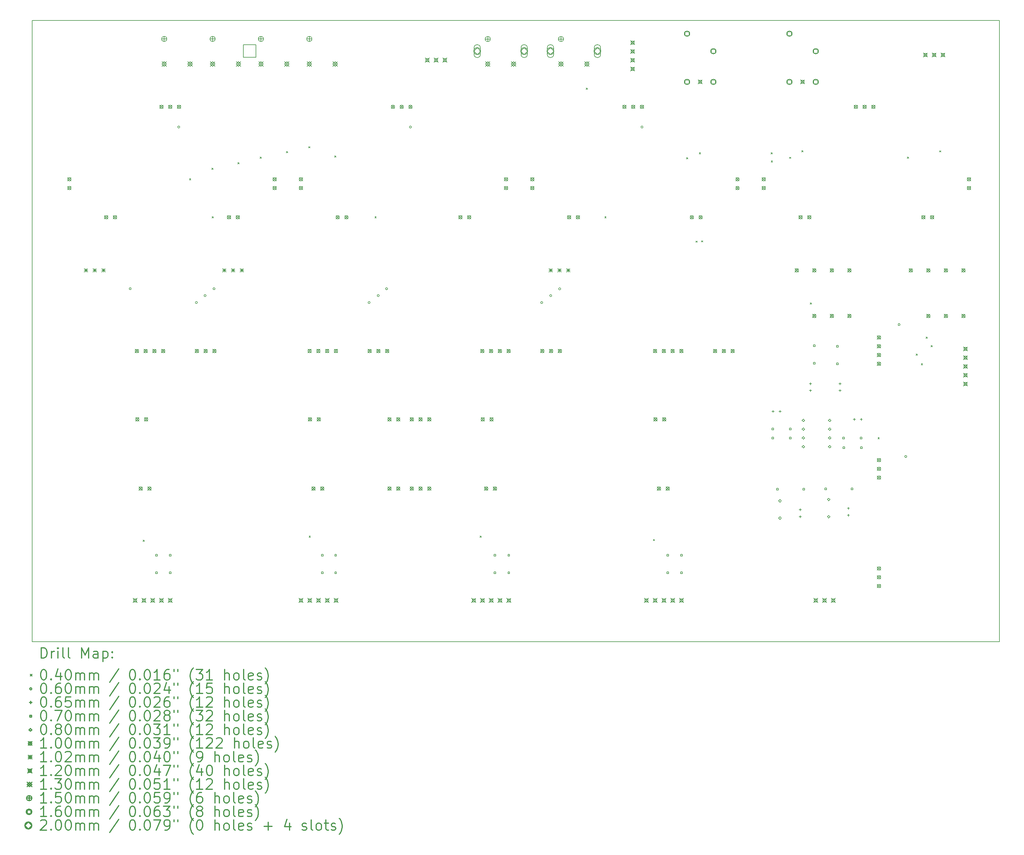
<source format=gbr>
%FSLAX45Y45*%
G04 Gerber Fmt 4.5, Leading zero omitted, Abs format (unit mm)*
G04 Created by KiCad (PCBNEW 4.0.7) date Wednesday 28 November 2018 'à' 00:53:56*
%MOMM*%
%LPD*%
G01*
G04 APERTURE LIST*
%ADD10C,0.127000*%
%ADD11C,0.150000*%
%ADD12C,0.200000*%
%ADD13C,0.300000*%
G04 APERTURE END LIST*
D10*
D11*
X11118000Y-6060500D02*
X11118000Y-5703000D01*
X11478000Y-6060500D02*
X11118000Y-6060500D01*
X11478000Y-5703000D02*
X11478000Y-6060500D01*
X11118000Y-5703000D02*
X11478000Y-5703000D01*
X5000000Y-23000000D02*
X5000000Y-5000000D01*
X33000000Y-23000000D02*
X5000000Y-23000000D01*
X33000000Y-5000000D02*
X33000000Y-23000000D01*
X5000000Y-5000000D02*
X33000000Y-5000000D01*
D12*
X8211505Y-20051505D02*
X8251505Y-20091505D01*
X8251505Y-20051505D02*
X8211505Y-20091505D01*
X9555000Y-9580000D02*
X9595000Y-9620000D01*
X9595000Y-9580000D02*
X9555000Y-9620000D01*
X10205000Y-9271500D02*
X10245000Y-9311500D01*
X10245000Y-9271500D02*
X10205000Y-9311500D01*
X10209144Y-10680000D02*
X10249144Y-10720000D01*
X10249144Y-10680000D02*
X10209144Y-10720000D01*
X10957500Y-9111499D02*
X10997500Y-9151499D01*
X10997500Y-9111499D02*
X10957500Y-9151499D01*
X11602500Y-8951498D02*
X11642500Y-8991498D01*
X11642500Y-8951498D02*
X11602500Y-8991498D01*
X12360000Y-8791497D02*
X12400000Y-8831497D01*
X12400000Y-8791497D02*
X12360000Y-8831497D01*
X13005000Y-8651496D02*
X13045000Y-8691496D01*
X13045000Y-8651496D02*
X13005000Y-8691496D01*
X13018000Y-19933000D02*
X13058000Y-19973000D01*
X13058000Y-19933000D02*
X13018000Y-19973000D01*
X13760500Y-8917498D02*
X13800500Y-8957498D01*
X13800500Y-8917498D02*
X13760500Y-8957498D01*
X14922500Y-10680000D02*
X14962500Y-10720000D01*
X14962500Y-10680000D02*
X14922500Y-10720000D01*
X17964005Y-19936505D02*
X18004005Y-19976505D01*
X18004005Y-19936505D02*
X17964005Y-19976505D01*
X21040500Y-6954900D02*
X21080500Y-6994900D01*
X21080500Y-6954900D02*
X21040500Y-6994900D01*
X21576585Y-10680000D02*
X21616585Y-10720000D01*
X21616585Y-10680000D02*
X21576585Y-10720000D01*
X22983125Y-20030625D02*
X23023125Y-20070625D01*
X23023125Y-20030625D02*
X22983125Y-20070625D01*
X23943000Y-8970000D02*
X23983000Y-9010000D01*
X23983000Y-8970000D02*
X23943000Y-9010000D01*
X24218000Y-11388000D02*
X24258000Y-11428000D01*
X24258000Y-11388000D02*
X24218000Y-11428000D01*
X24313000Y-8828000D02*
X24353000Y-8868000D01*
X24353000Y-8828000D02*
X24313000Y-8868000D01*
X24373000Y-11378000D02*
X24413000Y-11418000D01*
X24413000Y-11378000D02*
X24373000Y-11418000D01*
X26391000Y-8827500D02*
X26431000Y-8867500D01*
X26431000Y-8827500D02*
X26391000Y-8867500D01*
X26396142Y-9065383D02*
X26436142Y-9105383D01*
X26436142Y-9065383D02*
X26396142Y-9105383D01*
X26924530Y-8957712D02*
X26964530Y-8997712D01*
X26964530Y-8957712D02*
X26924530Y-8997712D01*
X27280500Y-8768000D02*
X27320500Y-8808000D01*
X27320500Y-8768000D02*
X27280500Y-8808000D01*
X27525500Y-13178000D02*
X27565500Y-13218000D01*
X27565500Y-13178000D02*
X27525500Y-13218000D01*
X29485500Y-17080500D02*
X29525500Y-17120500D01*
X29525500Y-17080500D02*
X29485500Y-17120500D01*
X30334542Y-8954096D02*
X30374542Y-8994096D01*
X30374542Y-8954096D02*
X30334542Y-8994096D01*
X30590500Y-14660500D02*
X30630500Y-14700500D01*
X30630500Y-14660500D02*
X30590500Y-14700500D01*
X30739570Y-14938000D02*
X30779570Y-14978000D01*
X30779570Y-14938000D02*
X30739570Y-14978000D01*
X30880500Y-14165500D02*
X30920500Y-14205500D01*
X30920500Y-14165500D02*
X30880500Y-14205500D01*
X31019571Y-14413000D02*
X31059571Y-14453000D01*
X31059571Y-14413000D02*
X31019571Y-14453000D01*
X31269000Y-8770000D02*
X31309000Y-8810000D01*
X31309000Y-8770000D02*
X31269000Y-8810000D01*
X7870500Y-12770500D02*
G75*
G03X7870500Y-12770500I-30000J0D01*
G01*
X9275500Y-8085500D02*
G75*
G03X9275500Y-8085500I-30000J0D01*
G01*
X9785500Y-13170500D02*
G75*
G03X9785500Y-13170500I-30000J0D01*
G01*
X10037500Y-12970500D02*
G75*
G03X10037500Y-12970500I-30000J0D01*
G01*
X10297500Y-12770500D02*
G75*
G03X10297500Y-12770500I-30000J0D01*
G01*
X14785500Y-13170500D02*
G75*
G03X14785500Y-13170500I-30000J0D01*
G01*
X15050000Y-12970500D02*
G75*
G03X15050000Y-12970500I-30000J0D01*
G01*
X15292500Y-12770500D02*
G75*
G03X15292500Y-12770500I-30000J0D01*
G01*
X15982500Y-8085500D02*
G75*
G03X15982500Y-8085500I-30000J0D01*
G01*
X19783000Y-13170500D02*
G75*
G03X19783000Y-13170500I-30000J0D01*
G01*
X20042500Y-12970500D02*
G75*
G03X20042500Y-12970500I-30000J0D01*
G01*
X20303000Y-12775500D02*
G75*
G03X20303000Y-12775500I-30000J0D01*
G01*
X22685000Y-8085500D02*
G75*
G03X22685000Y-8085500I-30000J0D01*
G01*
X30127500Y-13810400D02*
G75*
G03X30127500Y-13810400I-30000J0D01*
G01*
X30320502Y-17630500D02*
G75*
G03X30320502Y-17630500I-30000J0D01*
G01*
X26450000Y-16290000D02*
X26450000Y-16355000D01*
X26417500Y-16322500D02*
X26482500Y-16322500D01*
X26650000Y-16290000D02*
X26650000Y-16355000D01*
X26617500Y-16322500D02*
X26682500Y-16322500D01*
X27235000Y-19140000D02*
X27235000Y-19205000D01*
X27202500Y-19172500D02*
X27267500Y-19172500D01*
X27235000Y-19340000D02*
X27235000Y-19405000D01*
X27202500Y-19372500D02*
X27267500Y-19372500D01*
X27530000Y-15487500D02*
X27530000Y-15552500D01*
X27497500Y-15520000D02*
X27562500Y-15520000D01*
X27530000Y-15687500D02*
X27530000Y-15752500D01*
X27497500Y-15720000D02*
X27562500Y-15720000D01*
X28390000Y-15487500D02*
X28390000Y-15552500D01*
X28357500Y-15520000D02*
X28422500Y-15520000D01*
X28390000Y-15687500D02*
X28390000Y-15752500D01*
X28357500Y-15720000D02*
X28422500Y-15720000D01*
X28630000Y-19100000D02*
X28630000Y-19165000D01*
X28597500Y-19132500D02*
X28662500Y-19132500D01*
X28630000Y-19300000D02*
X28630000Y-19365000D01*
X28597500Y-19332500D02*
X28662500Y-19332500D01*
X28802500Y-16522500D02*
X28802500Y-16587500D01*
X28770000Y-16555000D02*
X28835000Y-16555000D01*
X29002500Y-16522500D02*
X29002500Y-16587500D01*
X28970000Y-16555000D02*
X29035000Y-16555000D01*
X8624749Y-20514749D02*
X8624749Y-20465251D01*
X8575251Y-20465251D01*
X8575251Y-20514749D01*
X8624749Y-20514749D01*
X8624749Y-21022749D02*
X8624749Y-20973251D01*
X8575251Y-20973251D01*
X8575251Y-21022749D01*
X8624749Y-21022749D01*
X9024749Y-20514749D02*
X9024749Y-20465251D01*
X8975251Y-20465251D01*
X8975251Y-20514749D01*
X9024749Y-20514749D01*
X9024749Y-21022749D02*
X9024749Y-20973251D01*
X8975251Y-20973251D01*
X8975251Y-21022749D01*
X9024749Y-21022749D01*
X13424749Y-20514749D02*
X13424749Y-20465251D01*
X13375251Y-20465251D01*
X13375251Y-20514749D01*
X13424749Y-20514749D01*
X13424749Y-21022749D02*
X13424749Y-20973251D01*
X13375251Y-20973251D01*
X13375251Y-21022749D01*
X13424749Y-21022749D01*
X13812249Y-20514749D02*
X13812249Y-20465251D01*
X13762751Y-20465251D01*
X13762751Y-20514749D01*
X13812249Y-20514749D01*
X13812249Y-21022749D02*
X13812249Y-20973251D01*
X13762751Y-20973251D01*
X13762751Y-21022749D01*
X13812249Y-21022749D01*
X18424749Y-20514749D02*
X18424749Y-20465251D01*
X18375251Y-20465251D01*
X18375251Y-20514749D01*
X18424749Y-20514749D01*
X18424749Y-21022749D02*
X18424749Y-20973251D01*
X18375251Y-20973251D01*
X18375251Y-21022749D01*
X18424749Y-21022749D01*
X18824749Y-20514749D02*
X18824749Y-20465251D01*
X18775251Y-20465251D01*
X18775251Y-20514749D01*
X18824749Y-20514749D01*
X18824749Y-21022749D02*
X18824749Y-20973251D01*
X18775251Y-20973251D01*
X18775251Y-21022749D01*
X18824749Y-21022749D01*
X23424749Y-20514749D02*
X23424749Y-20465251D01*
X23375251Y-20465251D01*
X23375251Y-20514749D01*
X23424749Y-20514749D01*
X23424749Y-21022749D02*
X23424749Y-20973251D01*
X23375251Y-20973251D01*
X23375251Y-21022749D01*
X23424749Y-21022749D01*
X23824749Y-20514749D02*
X23824749Y-20465251D01*
X23775251Y-20465251D01*
X23775251Y-20514749D01*
X23824749Y-20514749D01*
X23824749Y-21022749D02*
X23824749Y-20973251D01*
X23775251Y-20973251D01*
X23775251Y-21022749D01*
X23824749Y-21022749D01*
X26466749Y-16857249D02*
X26466749Y-16807751D01*
X26417251Y-16807751D01*
X26417251Y-16857249D01*
X26466749Y-16857249D01*
X26466749Y-17122249D02*
X26466749Y-17072751D01*
X26417251Y-17072751D01*
X26417251Y-17122249D01*
X26466749Y-17122249D01*
X26597749Y-18602249D02*
X26597749Y-18552751D01*
X26548251Y-18552751D01*
X26548251Y-18602249D01*
X26597749Y-18602249D01*
X26974749Y-16857249D02*
X26974749Y-16807751D01*
X26925251Y-16807751D01*
X26925251Y-16857249D01*
X26974749Y-16857249D01*
X26974749Y-17122249D02*
X26974749Y-17072751D01*
X26925251Y-17072751D01*
X26925251Y-17122249D01*
X26974749Y-17122249D01*
X27359749Y-18602249D02*
X27359749Y-18552751D01*
X27310251Y-18552751D01*
X27310251Y-18602249D01*
X27359749Y-18602249D01*
X27667249Y-14444749D02*
X27667249Y-14395251D01*
X27617751Y-14395251D01*
X27617751Y-14444749D01*
X27667249Y-14444749D01*
X27667249Y-14952749D02*
X27667249Y-14903251D01*
X27617751Y-14903251D01*
X27617751Y-14952749D01*
X27667249Y-14952749D01*
X27999749Y-18594749D02*
X27999749Y-18545251D01*
X27950251Y-18545251D01*
X27950251Y-18594749D01*
X27999749Y-18594749D01*
X28334749Y-14459749D02*
X28334749Y-14410251D01*
X28285251Y-14410251D01*
X28285251Y-14459749D01*
X28334749Y-14459749D01*
X28334749Y-14967749D02*
X28334749Y-14918251D01*
X28285251Y-14918251D01*
X28285251Y-14967749D01*
X28334749Y-14967749D01*
X28514249Y-17122249D02*
X28514249Y-17072751D01*
X28464751Y-17072751D01*
X28464751Y-17122249D01*
X28514249Y-17122249D01*
X28519249Y-17399749D02*
X28519249Y-17350251D01*
X28469751Y-17350251D01*
X28469751Y-17399749D01*
X28519249Y-17399749D01*
X28761749Y-18594749D02*
X28761749Y-18545251D01*
X28712251Y-18545251D01*
X28712251Y-18594749D01*
X28761749Y-18594749D01*
X29022249Y-17122249D02*
X29022249Y-17072751D01*
X28972751Y-17072751D01*
X28972751Y-17122249D01*
X29022249Y-17122249D01*
X29027249Y-17399749D02*
X29027249Y-17350251D01*
X28977751Y-17350251D01*
X28977751Y-17399749D01*
X29027249Y-17399749D01*
X26650000Y-18955000D02*
X26690000Y-18915000D01*
X26650000Y-18875000D01*
X26610000Y-18915000D01*
X26650000Y-18955000D01*
X26650000Y-19455000D02*
X26690000Y-19415000D01*
X26650000Y-19375000D01*
X26610000Y-19415000D01*
X26650000Y-19455000D01*
X27325500Y-16626000D02*
X27365500Y-16586000D01*
X27325500Y-16546000D01*
X27285500Y-16586000D01*
X27325500Y-16626000D01*
X27325500Y-16880000D02*
X27365500Y-16840000D01*
X27325500Y-16800000D01*
X27285500Y-16840000D01*
X27325500Y-16880000D01*
X27325500Y-17134000D02*
X27365500Y-17094000D01*
X27325500Y-17054000D01*
X27285500Y-17094000D01*
X27325500Y-17134000D01*
X27325500Y-17388000D02*
X27365500Y-17348000D01*
X27325500Y-17308000D01*
X27285500Y-17348000D01*
X27325500Y-17388000D01*
X28060000Y-18917500D02*
X28100000Y-18877500D01*
X28060000Y-18837500D01*
X28020000Y-18877500D01*
X28060000Y-18917500D01*
X28060000Y-19417500D02*
X28100000Y-19377500D01*
X28060000Y-19337500D01*
X28020000Y-19377500D01*
X28060000Y-19417500D01*
X28087500Y-16626000D02*
X28127500Y-16586000D01*
X28087500Y-16546000D01*
X28047500Y-16586000D01*
X28087500Y-16626000D01*
X28087500Y-16880000D02*
X28127500Y-16840000D01*
X28087500Y-16800000D01*
X28047500Y-16840000D01*
X28087500Y-16880000D01*
X28087500Y-17134000D02*
X28127500Y-17094000D01*
X28087500Y-17054000D01*
X28047500Y-17094000D01*
X28087500Y-17134000D01*
X28087500Y-17388000D02*
X28127500Y-17348000D01*
X28087500Y-17308000D01*
X28047500Y-17348000D01*
X28087500Y-17388000D01*
X6031000Y-9550000D02*
X6131000Y-9650000D01*
X6131000Y-9550000D02*
X6031000Y-9650000D01*
X6131000Y-9600000D02*
G75*
G03X6131000Y-9600000I-50000J0D01*
G01*
X6031000Y-9804000D02*
X6131000Y-9904000D01*
X6131000Y-9804000D02*
X6031000Y-9904000D01*
X6131000Y-9854000D02*
G75*
G03X6131000Y-9854000I-50000J0D01*
G01*
X7096000Y-10650000D02*
X7196000Y-10750000D01*
X7196000Y-10650000D02*
X7096000Y-10750000D01*
X7196000Y-10700000D02*
G75*
G03X7196000Y-10700000I-50000J0D01*
G01*
X7350000Y-10650000D02*
X7450000Y-10750000D01*
X7450000Y-10650000D02*
X7350000Y-10750000D01*
X7450000Y-10700000D02*
G75*
G03X7450000Y-10700000I-50000J0D01*
G01*
X7984100Y-14526000D02*
X8084100Y-14626000D01*
X8084100Y-14526000D02*
X7984100Y-14626000D01*
X8084100Y-14576000D02*
G75*
G03X8084100Y-14576000I-50000J0D01*
G01*
X7996000Y-16505000D02*
X8096000Y-16605000D01*
X8096000Y-16505000D02*
X7996000Y-16605000D01*
X8096000Y-16555000D02*
G75*
G03X8096000Y-16555000I-50000J0D01*
G01*
X8095995Y-18510000D02*
X8195995Y-18610000D01*
X8195995Y-18510000D02*
X8095995Y-18610000D01*
X8195995Y-18560000D02*
G75*
G03X8195995Y-18560000I-50000J0D01*
G01*
X8238100Y-14526000D02*
X8338100Y-14626000D01*
X8338100Y-14526000D02*
X8238100Y-14626000D01*
X8338100Y-14576000D02*
G75*
G03X8338100Y-14576000I-50000J0D01*
G01*
X8250000Y-16505000D02*
X8350000Y-16605000D01*
X8350000Y-16505000D02*
X8250000Y-16605000D01*
X8350000Y-16555000D02*
G75*
G03X8350000Y-16555000I-50000J0D01*
G01*
X8349995Y-18510000D02*
X8449995Y-18610000D01*
X8449995Y-18510000D02*
X8349995Y-18610000D01*
X8449995Y-18560000D02*
G75*
G03X8449995Y-18560000I-50000J0D01*
G01*
X8492100Y-14526000D02*
X8592100Y-14626000D01*
X8592100Y-14526000D02*
X8492100Y-14626000D01*
X8592100Y-14576000D02*
G75*
G03X8592100Y-14576000I-50000J0D01*
G01*
X8696000Y-7450000D02*
X8796000Y-7550000D01*
X8796000Y-7450000D02*
X8696000Y-7550000D01*
X8796000Y-7500000D02*
G75*
G03X8796000Y-7500000I-50000J0D01*
G01*
X8746100Y-14526000D02*
X8846100Y-14626000D01*
X8846100Y-14526000D02*
X8746100Y-14626000D01*
X8846100Y-14576000D02*
G75*
G03X8846100Y-14576000I-50000J0D01*
G01*
X8950000Y-7450000D02*
X9050000Y-7550000D01*
X9050000Y-7450000D02*
X8950000Y-7550000D01*
X9050000Y-7500000D02*
G75*
G03X9050000Y-7500000I-50000J0D01*
G01*
X9204000Y-7450000D02*
X9304000Y-7550000D01*
X9304000Y-7450000D02*
X9204000Y-7550000D01*
X9304000Y-7500000D02*
G75*
G03X9304000Y-7500000I-50000J0D01*
G01*
X9722000Y-14526000D02*
X9822000Y-14626000D01*
X9822000Y-14526000D02*
X9722000Y-14626000D01*
X9822000Y-14576000D02*
G75*
G03X9822000Y-14576000I-50000J0D01*
G01*
X9976000Y-14526000D02*
X10076000Y-14626000D01*
X10076000Y-14526000D02*
X9976000Y-14626000D01*
X10076000Y-14576000D02*
G75*
G03X10076000Y-14576000I-50000J0D01*
G01*
X10230000Y-14526000D02*
X10330000Y-14626000D01*
X10330000Y-14526000D02*
X10230000Y-14626000D01*
X10330000Y-14576000D02*
G75*
G03X10330000Y-14576000I-50000J0D01*
G01*
X10650000Y-10650000D02*
X10750000Y-10750000D01*
X10750000Y-10650000D02*
X10650000Y-10750000D01*
X10750000Y-10700000D02*
G75*
G03X10750000Y-10700000I-50000J0D01*
G01*
X10904000Y-10650000D02*
X11004000Y-10750000D01*
X11004000Y-10650000D02*
X10904000Y-10750000D01*
X11004000Y-10700000D02*
G75*
G03X11004000Y-10700000I-50000J0D01*
G01*
X11971000Y-9550000D02*
X12071000Y-9650000D01*
X12071000Y-9550000D02*
X11971000Y-9650000D01*
X12071000Y-9600000D02*
G75*
G03X12071000Y-9600000I-50000J0D01*
G01*
X11971000Y-9804000D02*
X12071000Y-9904000D01*
X12071000Y-9804000D02*
X11971000Y-9904000D01*
X12071000Y-9854000D02*
G75*
G03X12071000Y-9854000I-50000J0D01*
G01*
X12731000Y-9550000D02*
X12831000Y-9650000D01*
X12831000Y-9550000D02*
X12731000Y-9650000D01*
X12831000Y-9600000D02*
G75*
G03X12831000Y-9600000I-50000J0D01*
G01*
X12731000Y-9804000D02*
X12831000Y-9904000D01*
X12831000Y-9804000D02*
X12731000Y-9904000D01*
X12831000Y-9854000D02*
G75*
G03X12831000Y-9854000I-50000J0D01*
G01*
X12984100Y-14526000D02*
X13084100Y-14626000D01*
X13084100Y-14526000D02*
X12984100Y-14626000D01*
X13084100Y-14576000D02*
G75*
G03X13084100Y-14576000I-50000J0D01*
G01*
X12996000Y-16505000D02*
X13096000Y-16605000D01*
X13096000Y-16505000D02*
X12996000Y-16605000D01*
X13096000Y-16555000D02*
G75*
G03X13096000Y-16555000I-50000J0D01*
G01*
X13095995Y-18510000D02*
X13195995Y-18610000D01*
X13195995Y-18510000D02*
X13095995Y-18610000D01*
X13195995Y-18560000D02*
G75*
G03X13195995Y-18560000I-50000J0D01*
G01*
X13238100Y-14526000D02*
X13338100Y-14626000D01*
X13338100Y-14526000D02*
X13238100Y-14626000D01*
X13338100Y-14576000D02*
G75*
G03X13338100Y-14576000I-50000J0D01*
G01*
X13250000Y-16505000D02*
X13350000Y-16605000D01*
X13350000Y-16505000D02*
X13250000Y-16605000D01*
X13350000Y-16555000D02*
G75*
G03X13350000Y-16555000I-50000J0D01*
G01*
X13349995Y-18510000D02*
X13449995Y-18610000D01*
X13449995Y-18510000D02*
X13349995Y-18610000D01*
X13449995Y-18560000D02*
G75*
G03X13449995Y-18560000I-50000J0D01*
G01*
X13492100Y-14526000D02*
X13592100Y-14626000D01*
X13592100Y-14526000D02*
X13492100Y-14626000D01*
X13592100Y-14576000D02*
G75*
G03X13592100Y-14576000I-50000J0D01*
G01*
X13746100Y-14526000D02*
X13846100Y-14626000D01*
X13846100Y-14526000D02*
X13746100Y-14626000D01*
X13846100Y-14576000D02*
G75*
G03X13846100Y-14576000I-50000J0D01*
G01*
X13796000Y-10650000D02*
X13896000Y-10750000D01*
X13896000Y-10650000D02*
X13796000Y-10750000D01*
X13896000Y-10700000D02*
G75*
G03X13896000Y-10700000I-50000J0D01*
G01*
X14050000Y-10650000D02*
X14150000Y-10750000D01*
X14150000Y-10650000D02*
X14050000Y-10750000D01*
X14150000Y-10700000D02*
G75*
G03X14150000Y-10700000I-50000J0D01*
G01*
X14722000Y-14526000D02*
X14822000Y-14626000D01*
X14822000Y-14526000D02*
X14722000Y-14626000D01*
X14822000Y-14576000D02*
G75*
G03X14822000Y-14576000I-50000J0D01*
G01*
X14976000Y-14526000D02*
X15076000Y-14626000D01*
X15076000Y-14526000D02*
X14976000Y-14626000D01*
X15076000Y-14576000D02*
G75*
G03X15076000Y-14576000I-50000J0D01*
G01*
X15230000Y-14526000D02*
X15330000Y-14626000D01*
X15330000Y-14526000D02*
X15230000Y-14626000D01*
X15330000Y-14576000D02*
G75*
G03X15330000Y-14576000I-50000J0D01*
G01*
X15295995Y-18510000D02*
X15395995Y-18610000D01*
X15395995Y-18510000D02*
X15295995Y-18610000D01*
X15395995Y-18560000D02*
G75*
G03X15395995Y-18560000I-50000J0D01*
G01*
X15296000Y-16505000D02*
X15396000Y-16605000D01*
X15396000Y-16505000D02*
X15296000Y-16605000D01*
X15396000Y-16555000D02*
G75*
G03X15396000Y-16555000I-50000J0D01*
G01*
X15396000Y-7450000D02*
X15496000Y-7550000D01*
X15496000Y-7450000D02*
X15396000Y-7550000D01*
X15496000Y-7500000D02*
G75*
G03X15496000Y-7500000I-50000J0D01*
G01*
X15549995Y-18510000D02*
X15649995Y-18610000D01*
X15649995Y-18510000D02*
X15549995Y-18610000D01*
X15649995Y-18560000D02*
G75*
G03X15649995Y-18560000I-50000J0D01*
G01*
X15550000Y-16505000D02*
X15650000Y-16605000D01*
X15650000Y-16505000D02*
X15550000Y-16605000D01*
X15650000Y-16555000D02*
G75*
G03X15650000Y-16555000I-50000J0D01*
G01*
X15650000Y-7450000D02*
X15750000Y-7550000D01*
X15750000Y-7450000D02*
X15650000Y-7550000D01*
X15750000Y-7500000D02*
G75*
G03X15750000Y-7500000I-50000J0D01*
G01*
X15904000Y-7450000D02*
X16004000Y-7550000D01*
X16004000Y-7450000D02*
X15904000Y-7550000D01*
X16004000Y-7500000D02*
G75*
G03X16004000Y-7500000I-50000J0D01*
G01*
X15941995Y-18510000D02*
X16041995Y-18610000D01*
X16041995Y-18510000D02*
X15941995Y-18610000D01*
X16041995Y-18560000D02*
G75*
G03X16041995Y-18560000I-50000J0D01*
G01*
X15942000Y-16505000D02*
X16042000Y-16605000D01*
X16042000Y-16505000D02*
X15942000Y-16605000D01*
X16042000Y-16555000D02*
G75*
G03X16042000Y-16555000I-50000J0D01*
G01*
X16195995Y-18510000D02*
X16295995Y-18610000D01*
X16295995Y-18510000D02*
X16195995Y-18610000D01*
X16295995Y-18560000D02*
G75*
G03X16295995Y-18560000I-50000J0D01*
G01*
X16196000Y-16505000D02*
X16296000Y-16605000D01*
X16296000Y-16505000D02*
X16196000Y-16605000D01*
X16296000Y-16555000D02*
G75*
G03X16296000Y-16555000I-50000J0D01*
G01*
X16449995Y-18510000D02*
X16549995Y-18610000D01*
X16549995Y-18510000D02*
X16449995Y-18610000D01*
X16549995Y-18560000D02*
G75*
G03X16549995Y-18560000I-50000J0D01*
G01*
X16450000Y-16505000D02*
X16550000Y-16605000D01*
X16550000Y-16505000D02*
X16450000Y-16605000D01*
X16550000Y-16555000D02*
G75*
G03X16550000Y-16555000I-50000J0D01*
G01*
X17350000Y-10650000D02*
X17450000Y-10750000D01*
X17450000Y-10650000D02*
X17350000Y-10750000D01*
X17450000Y-10700000D02*
G75*
G03X17450000Y-10700000I-50000J0D01*
G01*
X17604000Y-10650000D02*
X17704000Y-10750000D01*
X17704000Y-10650000D02*
X17604000Y-10750000D01*
X17704000Y-10700000D02*
G75*
G03X17704000Y-10700000I-50000J0D01*
G01*
X17984100Y-14526000D02*
X18084100Y-14626000D01*
X18084100Y-14526000D02*
X17984100Y-14626000D01*
X18084100Y-14576000D02*
G75*
G03X18084100Y-14576000I-50000J0D01*
G01*
X17996000Y-16505000D02*
X18096000Y-16605000D01*
X18096000Y-16505000D02*
X17996000Y-16605000D01*
X18096000Y-16555000D02*
G75*
G03X18096000Y-16555000I-50000J0D01*
G01*
X18095995Y-18510000D02*
X18195995Y-18610000D01*
X18195995Y-18510000D02*
X18095995Y-18610000D01*
X18195995Y-18560000D02*
G75*
G03X18195995Y-18560000I-50000J0D01*
G01*
X18238100Y-14526000D02*
X18338100Y-14626000D01*
X18338100Y-14526000D02*
X18238100Y-14626000D01*
X18338100Y-14576000D02*
G75*
G03X18338100Y-14576000I-50000J0D01*
G01*
X18250000Y-16505000D02*
X18350000Y-16605000D01*
X18350000Y-16505000D02*
X18250000Y-16605000D01*
X18350000Y-16555000D02*
G75*
G03X18350000Y-16555000I-50000J0D01*
G01*
X18349995Y-18510000D02*
X18449995Y-18610000D01*
X18449995Y-18510000D02*
X18349995Y-18610000D01*
X18449995Y-18560000D02*
G75*
G03X18449995Y-18560000I-50000J0D01*
G01*
X18492100Y-14526000D02*
X18592100Y-14626000D01*
X18592100Y-14526000D02*
X18492100Y-14626000D01*
X18592100Y-14576000D02*
G75*
G03X18592100Y-14576000I-50000J0D01*
G01*
X18671000Y-9550000D02*
X18771000Y-9650000D01*
X18771000Y-9550000D02*
X18671000Y-9650000D01*
X18771000Y-9600000D02*
G75*
G03X18771000Y-9600000I-50000J0D01*
G01*
X18671000Y-9804000D02*
X18771000Y-9904000D01*
X18771000Y-9804000D02*
X18671000Y-9904000D01*
X18771000Y-9854000D02*
G75*
G03X18771000Y-9854000I-50000J0D01*
G01*
X18746100Y-14526000D02*
X18846100Y-14626000D01*
X18846100Y-14526000D02*
X18746100Y-14626000D01*
X18846100Y-14576000D02*
G75*
G03X18846100Y-14576000I-50000J0D01*
G01*
X19431000Y-9550000D02*
X19531000Y-9650000D01*
X19531000Y-9550000D02*
X19431000Y-9650000D01*
X19531000Y-9600000D02*
G75*
G03X19531000Y-9600000I-50000J0D01*
G01*
X19431000Y-9804000D02*
X19531000Y-9904000D01*
X19531000Y-9804000D02*
X19431000Y-9904000D01*
X19531000Y-9854000D02*
G75*
G03X19531000Y-9854000I-50000J0D01*
G01*
X19722000Y-14526000D02*
X19822000Y-14626000D01*
X19822000Y-14526000D02*
X19722000Y-14626000D01*
X19822000Y-14576000D02*
G75*
G03X19822000Y-14576000I-50000J0D01*
G01*
X19976000Y-14526000D02*
X20076000Y-14626000D01*
X20076000Y-14526000D02*
X19976000Y-14626000D01*
X20076000Y-14576000D02*
G75*
G03X20076000Y-14576000I-50000J0D01*
G01*
X20230000Y-14526000D02*
X20330000Y-14626000D01*
X20330000Y-14526000D02*
X20230000Y-14626000D01*
X20330000Y-14576000D02*
G75*
G03X20330000Y-14576000I-50000J0D01*
G01*
X20496000Y-10650000D02*
X20596000Y-10750000D01*
X20596000Y-10650000D02*
X20496000Y-10750000D01*
X20596000Y-10700000D02*
G75*
G03X20596000Y-10700000I-50000J0D01*
G01*
X20750000Y-10650000D02*
X20850000Y-10750000D01*
X20850000Y-10650000D02*
X20750000Y-10750000D01*
X20850000Y-10700000D02*
G75*
G03X20850000Y-10700000I-50000J0D01*
G01*
X22096000Y-7450000D02*
X22196000Y-7550000D01*
X22196000Y-7450000D02*
X22096000Y-7550000D01*
X22196000Y-7500000D02*
G75*
G03X22196000Y-7500000I-50000J0D01*
G01*
X22350000Y-7450000D02*
X22450000Y-7550000D01*
X22450000Y-7450000D02*
X22350000Y-7550000D01*
X22450000Y-7500000D02*
G75*
G03X22450000Y-7500000I-50000J0D01*
G01*
X22604000Y-7450000D02*
X22704000Y-7550000D01*
X22704000Y-7450000D02*
X22604000Y-7550000D01*
X22704000Y-7500000D02*
G75*
G03X22704000Y-7500000I-50000J0D01*
G01*
X22984100Y-14526000D02*
X23084100Y-14626000D01*
X23084100Y-14526000D02*
X22984100Y-14626000D01*
X23084100Y-14576000D02*
G75*
G03X23084100Y-14576000I-50000J0D01*
G01*
X22996000Y-16505000D02*
X23096000Y-16605000D01*
X23096000Y-16505000D02*
X22996000Y-16605000D01*
X23096000Y-16555000D02*
G75*
G03X23096000Y-16555000I-50000J0D01*
G01*
X23095995Y-18510000D02*
X23195995Y-18610000D01*
X23195995Y-18510000D02*
X23095995Y-18610000D01*
X23195995Y-18560000D02*
G75*
G03X23195995Y-18560000I-50000J0D01*
G01*
X23238100Y-14526000D02*
X23338100Y-14626000D01*
X23338100Y-14526000D02*
X23238100Y-14626000D01*
X23338100Y-14576000D02*
G75*
G03X23338100Y-14576000I-50000J0D01*
G01*
X23250000Y-16505000D02*
X23350000Y-16605000D01*
X23350000Y-16505000D02*
X23250000Y-16605000D01*
X23350000Y-16555000D02*
G75*
G03X23350000Y-16555000I-50000J0D01*
G01*
X23349995Y-18510000D02*
X23449995Y-18610000D01*
X23449995Y-18510000D02*
X23349995Y-18610000D01*
X23449995Y-18560000D02*
G75*
G03X23449995Y-18560000I-50000J0D01*
G01*
X23492100Y-14526000D02*
X23592100Y-14626000D01*
X23592100Y-14526000D02*
X23492100Y-14626000D01*
X23592100Y-14576000D02*
G75*
G03X23592100Y-14576000I-50000J0D01*
G01*
X23746100Y-14526000D02*
X23846100Y-14626000D01*
X23846100Y-14526000D02*
X23746100Y-14626000D01*
X23846100Y-14576000D02*
G75*
G03X23846100Y-14576000I-50000J0D01*
G01*
X24050000Y-10650000D02*
X24150000Y-10750000D01*
X24150000Y-10650000D02*
X24050000Y-10750000D01*
X24150000Y-10700000D02*
G75*
G03X24150000Y-10700000I-50000J0D01*
G01*
X24304000Y-10650000D02*
X24404000Y-10750000D01*
X24404000Y-10650000D02*
X24304000Y-10750000D01*
X24404000Y-10700000D02*
G75*
G03X24404000Y-10700000I-50000J0D01*
G01*
X24722000Y-14526000D02*
X24822000Y-14626000D01*
X24822000Y-14526000D02*
X24722000Y-14626000D01*
X24822000Y-14576000D02*
G75*
G03X24822000Y-14576000I-50000J0D01*
G01*
X24976000Y-14526000D02*
X25076000Y-14626000D01*
X25076000Y-14526000D02*
X24976000Y-14626000D01*
X25076000Y-14576000D02*
G75*
G03X25076000Y-14576000I-50000J0D01*
G01*
X25230000Y-14526000D02*
X25330000Y-14626000D01*
X25330000Y-14526000D02*
X25230000Y-14626000D01*
X25330000Y-14576000D02*
G75*
G03X25330000Y-14576000I-50000J0D01*
G01*
X25371000Y-9550000D02*
X25471000Y-9650000D01*
X25471000Y-9550000D02*
X25371000Y-9650000D01*
X25471000Y-9600000D02*
G75*
G03X25471000Y-9600000I-50000J0D01*
G01*
X25371000Y-9804000D02*
X25471000Y-9904000D01*
X25471000Y-9804000D02*
X25371000Y-9904000D01*
X25471000Y-9854000D02*
G75*
G03X25471000Y-9854000I-50000J0D01*
G01*
X26131000Y-9550000D02*
X26231000Y-9650000D01*
X26231000Y-9550000D02*
X26131000Y-9650000D01*
X26231000Y-9600000D02*
G75*
G03X26231000Y-9600000I-50000J0D01*
G01*
X26131000Y-9804000D02*
X26231000Y-9904000D01*
X26231000Y-9804000D02*
X26131000Y-9904000D01*
X26231000Y-9854000D02*
G75*
G03X26231000Y-9854000I-50000J0D01*
G01*
X27088000Y-12189600D02*
X27188000Y-12289600D01*
X27188000Y-12189600D02*
X27088000Y-12289600D01*
X27188000Y-12239600D02*
G75*
G03X27188000Y-12239600I-50000J0D01*
G01*
X27196000Y-10650000D02*
X27296000Y-10750000D01*
X27296000Y-10650000D02*
X27196000Y-10750000D01*
X27296000Y-10700000D02*
G75*
G03X27296000Y-10700000I-50000J0D01*
G01*
X27450000Y-10650000D02*
X27550000Y-10750000D01*
X27550000Y-10650000D02*
X27450000Y-10750000D01*
X27550000Y-10700000D02*
G75*
G03X27550000Y-10700000I-50000J0D01*
G01*
X27596000Y-12189600D02*
X27696000Y-12289600D01*
X27696000Y-12189600D02*
X27596000Y-12289600D01*
X27696000Y-12239600D02*
G75*
G03X27696000Y-12239600I-50000J0D01*
G01*
X27596000Y-13510400D02*
X27696000Y-13610400D01*
X27696000Y-13510400D02*
X27596000Y-13610400D01*
X27696000Y-13560400D02*
G75*
G03X27696000Y-13560400I-50000J0D01*
G01*
X28104000Y-12189600D02*
X28204000Y-12289600D01*
X28204000Y-12189600D02*
X28104000Y-12289600D01*
X28204000Y-12239600D02*
G75*
G03X28204000Y-12239600I-50000J0D01*
G01*
X28104000Y-13510400D02*
X28204000Y-13610400D01*
X28204000Y-13510400D02*
X28104000Y-13610400D01*
X28204000Y-13560400D02*
G75*
G03X28204000Y-13560400I-50000J0D01*
G01*
X28612000Y-12189600D02*
X28712000Y-12289600D01*
X28712000Y-12189600D02*
X28612000Y-12289600D01*
X28712000Y-12239600D02*
G75*
G03X28712000Y-12239600I-50000J0D01*
G01*
X28612000Y-13510400D02*
X28712000Y-13610400D01*
X28712000Y-13510400D02*
X28612000Y-13610400D01*
X28712000Y-13560400D02*
G75*
G03X28712000Y-13560400I-50000J0D01*
G01*
X28796000Y-7450000D02*
X28896000Y-7550000D01*
X28896000Y-7450000D02*
X28796000Y-7550000D01*
X28896000Y-7500000D02*
G75*
G03X28896000Y-7500000I-50000J0D01*
G01*
X29050000Y-7450000D02*
X29150000Y-7550000D01*
X29150000Y-7450000D02*
X29050000Y-7550000D01*
X29150000Y-7500000D02*
G75*
G03X29150000Y-7500000I-50000J0D01*
G01*
X29304000Y-7450000D02*
X29404000Y-7550000D01*
X29404000Y-7450000D02*
X29304000Y-7550000D01*
X29404000Y-7500000D02*
G75*
G03X29404000Y-7500000I-50000J0D01*
G01*
X29466500Y-14131001D02*
X29566500Y-14231001D01*
X29566500Y-14131001D02*
X29466500Y-14231001D01*
X29566500Y-14181001D02*
G75*
G03X29566500Y-14181001I-50000J0D01*
G01*
X29466500Y-14385001D02*
X29566500Y-14485001D01*
X29566500Y-14385001D02*
X29466500Y-14485001D01*
X29566500Y-14435001D02*
G75*
G03X29566500Y-14435001I-50000J0D01*
G01*
X29466500Y-14639001D02*
X29566500Y-14739001D01*
X29566500Y-14639001D02*
X29466500Y-14739001D01*
X29566500Y-14689001D02*
G75*
G03X29566500Y-14689001I-50000J0D01*
G01*
X29466500Y-14893001D02*
X29566500Y-14993001D01*
X29566500Y-14893001D02*
X29466500Y-14993001D01*
X29566500Y-14943001D02*
G75*
G03X29566500Y-14943001I-50000J0D01*
G01*
X29466500Y-17685001D02*
X29566500Y-17785001D01*
X29566500Y-17685001D02*
X29466500Y-17785001D01*
X29566500Y-17735001D02*
G75*
G03X29566500Y-17735001I-50000J0D01*
G01*
X29466500Y-17939001D02*
X29566500Y-18039001D01*
X29566500Y-17939001D02*
X29466500Y-18039001D01*
X29566500Y-17989001D02*
G75*
G03X29566500Y-17989001I-50000J0D01*
G01*
X29466500Y-18193001D02*
X29566500Y-18293001D01*
X29566500Y-18193001D02*
X29466500Y-18293001D01*
X29566500Y-18243001D02*
G75*
G03X29566500Y-18243001I-50000J0D01*
G01*
X29466500Y-20827501D02*
X29566500Y-20927501D01*
X29566500Y-20827501D02*
X29466500Y-20927501D01*
X29566500Y-20877501D02*
G75*
G03X29566500Y-20877501I-50000J0D01*
G01*
X29466500Y-21081501D02*
X29566500Y-21181501D01*
X29566500Y-21081501D02*
X29466500Y-21181501D01*
X29566500Y-21131501D02*
G75*
G03X29566500Y-21131501I-50000J0D01*
G01*
X29466500Y-21335501D02*
X29566500Y-21435501D01*
X29566500Y-21335501D02*
X29466500Y-21435501D01*
X29566500Y-21385501D02*
G75*
G03X29566500Y-21385501I-50000J0D01*
G01*
X30388000Y-12189600D02*
X30488000Y-12289600D01*
X30488000Y-12189600D02*
X30388000Y-12289600D01*
X30488000Y-12239600D02*
G75*
G03X30488000Y-12239600I-50000J0D01*
G01*
X30750000Y-10650000D02*
X30850000Y-10750000D01*
X30850000Y-10650000D02*
X30750000Y-10750000D01*
X30850000Y-10700000D02*
G75*
G03X30850000Y-10700000I-50000J0D01*
G01*
X30896000Y-12189600D02*
X30996000Y-12289600D01*
X30996000Y-12189600D02*
X30896000Y-12289600D01*
X30996000Y-12239600D02*
G75*
G03X30996000Y-12239600I-50000J0D01*
G01*
X30896000Y-13510400D02*
X30996000Y-13610400D01*
X30996000Y-13510400D02*
X30896000Y-13610400D01*
X30996000Y-13560400D02*
G75*
G03X30996000Y-13560400I-50000J0D01*
G01*
X31004000Y-10650000D02*
X31104000Y-10750000D01*
X31104000Y-10650000D02*
X31004000Y-10750000D01*
X31104000Y-10700000D02*
G75*
G03X31104000Y-10700000I-50000J0D01*
G01*
X31404000Y-12189600D02*
X31504000Y-12289600D01*
X31504000Y-12189600D02*
X31404000Y-12289600D01*
X31504000Y-12239600D02*
G75*
G03X31504000Y-12239600I-50000J0D01*
G01*
X31404000Y-13510400D02*
X31504000Y-13610400D01*
X31504000Y-13510400D02*
X31404000Y-13610400D01*
X31504000Y-13560400D02*
G75*
G03X31504000Y-13560400I-50000J0D01*
G01*
X31912000Y-12189600D02*
X32012000Y-12289600D01*
X32012000Y-12189600D02*
X31912000Y-12289600D01*
X32012000Y-12239600D02*
G75*
G03X32012000Y-12239600I-50000J0D01*
G01*
X31912000Y-13510400D02*
X32012000Y-13610400D01*
X32012000Y-13510400D02*
X31912000Y-13610400D01*
X32012000Y-13560400D02*
G75*
G03X32012000Y-13560400I-50000J0D01*
G01*
X32071000Y-9550000D02*
X32171000Y-9650000D01*
X32171000Y-9550000D02*
X32071000Y-9650000D01*
X32171000Y-9600000D02*
G75*
G03X32171000Y-9600000I-50000J0D01*
G01*
X32071000Y-9804000D02*
X32171000Y-9904000D01*
X32171000Y-9804000D02*
X32071000Y-9904000D01*
X32171000Y-9854000D02*
G75*
G03X32171000Y-9854000I-50000J0D01*
G01*
X6506200Y-12187200D02*
X6607800Y-12288800D01*
X6607800Y-12187200D02*
X6506200Y-12288800D01*
X6557000Y-12187200D02*
X6557000Y-12288800D01*
X6506200Y-12238000D02*
X6607800Y-12238000D01*
X6760200Y-12187200D02*
X6861800Y-12288800D01*
X6861800Y-12187200D02*
X6760200Y-12288800D01*
X6811000Y-12187200D02*
X6811000Y-12288800D01*
X6760200Y-12238000D02*
X6861800Y-12238000D01*
X7014200Y-12187200D02*
X7115800Y-12288800D01*
X7115800Y-12187200D02*
X7014200Y-12288800D01*
X7065000Y-12187200D02*
X7065000Y-12288800D01*
X7014200Y-12238000D02*
X7115800Y-12238000D01*
X10517200Y-12187200D02*
X10618800Y-12288800D01*
X10618800Y-12187200D02*
X10517200Y-12288800D01*
X10568000Y-12187200D02*
X10568000Y-12288800D01*
X10517200Y-12238000D02*
X10618800Y-12238000D01*
X10771200Y-12187200D02*
X10872800Y-12288800D01*
X10872800Y-12187200D02*
X10771200Y-12288800D01*
X10822000Y-12187200D02*
X10822000Y-12288800D01*
X10771200Y-12238000D02*
X10872800Y-12238000D01*
X11025200Y-12187200D02*
X11126800Y-12288800D01*
X11126800Y-12187200D02*
X11025200Y-12288800D01*
X11076000Y-12187200D02*
X11076000Y-12288800D01*
X11025200Y-12238000D02*
X11126800Y-12238000D01*
X19964200Y-12187200D02*
X20065800Y-12288800D01*
X20065800Y-12187200D02*
X19964200Y-12288800D01*
X20015000Y-12187200D02*
X20015000Y-12288800D01*
X19964200Y-12238000D02*
X20065800Y-12238000D01*
X20218200Y-12187200D02*
X20319800Y-12288800D01*
X20319800Y-12187200D02*
X20218200Y-12288800D01*
X20269000Y-12187200D02*
X20269000Y-12288800D01*
X20218200Y-12238000D02*
X20319800Y-12238000D01*
X20472200Y-12187200D02*
X20573800Y-12288800D01*
X20573800Y-12187200D02*
X20472200Y-12288800D01*
X20523000Y-12187200D02*
X20523000Y-12288800D01*
X20472200Y-12238000D02*
X20573800Y-12238000D01*
X7924000Y-21740000D02*
X8044000Y-21860000D01*
X8044000Y-21740000D02*
X7924000Y-21860000D01*
X8026427Y-21842427D02*
X8026427Y-21757573D01*
X7941573Y-21757573D01*
X7941573Y-21842427D01*
X8026427Y-21842427D01*
X8178000Y-21740000D02*
X8298000Y-21860000D01*
X8298000Y-21740000D02*
X8178000Y-21860000D01*
X8280427Y-21842427D02*
X8280427Y-21757573D01*
X8195573Y-21757573D01*
X8195573Y-21842427D01*
X8280427Y-21842427D01*
X8432000Y-21740000D02*
X8552000Y-21860000D01*
X8552000Y-21740000D02*
X8432000Y-21860000D01*
X8534427Y-21842427D02*
X8534427Y-21757573D01*
X8449573Y-21757573D01*
X8449573Y-21842427D01*
X8534427Y-21842427D01*
X8686000Y-21740000D02*
X8806000Y-21860000D01*
X8806000Y-21740000D02*
X8686000Y-21860000D01*
X8788427Y-21842427D02*
X8788427Y-21757573D01*
X8703573Y-21757573D01*
X8703573Y-21842427D01*
X8788427Y-21842427D01*
X8940000Y-21740000D02*
X9060000Y-21860000D01*
X9060000Y-21740000D02*
X8940000Y-21860000D01*
X9042427Y-21842427D02*
X9042427Y-21757573D01*
X8957573Y-21757573D01*
X8957573Y-21842427D01*
X9042427Y-21842427D01*
X12724000Y-21740000D02*
X12844000Y-21860000D01*
X12844000Y-21740000D02*
X12724000Y-21860000D01*
X12826427Y-21842427D02*
X12826427Y-21757573D01*
X12741573Y-21757573D01*
X12741573Y-21842427D01*
X12826427Y-21842427D01*
X12978000Y-21740000D02*
X13098000Y-21860000D01*
X13098000Y-21740000D02*
X12978000Y-21860000D01*
X13080427Y-21842427D02*
X13080427Y-21757573D01*
X12995573Y-21757573D01*
X12995573Y-21842427D01*
X13080427Y-21842427D01*
X13232000Y-21740000D02*
X13352000Y-21860000D01*
X13352000Y-21740000D02*
X13232000Y-21860000D01*
X13334427Y-21842427D02*
X13334427Y-21757573D01*
X13249573Y-21757573D01*
X13249573Y-21842427D01*
X13334427Y-21842427D01*
X13486000Y-21740000D02*
X13606000Y-21860000D01*
X13606000Y-21740000D02*
X13486000Y-21860000D01*
X13588427Y-21842427D02*
X13588427Y-21757573D01*
X13503573Y-21757573D01*
X13503573Y-21842427D01*
X13588427Y-21842427D01*
X13740000Y-21740000D02*
X13860000Y-21860000D01*
X13860000Y-21740000D02*
X13740000Y-21860000D01*
X13842427Y-21842427D02*
X13842427Y-21757573D01*
X13757573Y-21757573D01*
X13757573Y-21842427D01*
X13842427Y-21842427D01*
X16378500Y-6085000D02*
X16498500Y-6205000D01*
X16498500Y-6085000D02*
X16378500Y-6205000D01*
X16480927Y-6187427D02*
X16480927Y-6102573D01*
X16396073Y-6102573D01*
X16396073Y-6187427D01*
X16480927Y-6187427D01*
X16632500Y-6085000D02*
X16752500Y-6205000D01*
X16752500Y-6085000D02*
X16632500Y-6205000D01*
X16734927Y-6187427D02*
X16734927Y-6102573D01*
X16650073Y-6102573D01*
X16650073Y-6187427D01*
X16734927Y-6187427D01*
X16886500Y-6085000D02*
X17006500Y-6205000D01*
X17006500Y-6085000D02*
X16886500Y-6205000D01*
X16988927Y-6187427D02*
X16988927Y-6102573D01*
X16904073Y-6102573D01*
X16904073Y-6187427D01*
X16988927Y-6187427D01*
X17724000Y-21740000D02*
X17844000Y-21860000D01*
X17844000Y-21740000D02*
X17724000Y-21860000D01*
X17826427Y-21842427D02*
X17826427Y-21757573D01*
X17741573Y-21757573D01*
X17741573Y-21842427D01*
X17826427Y-21842427D01*
X17978000Y-21740000D02*
X18098000Y-21860000D01*
X18098000Y-21740000D02*
X17978000Y-21860000D01*
X18080427Y-21842427D02*
X18080427Y-21757573D01*
X17995573Y-21757573D01*
X17995573Y-21842427D01*
X18080427Y-21842427D01*
X18232000Y-21740000D02*
X18352000Y-21860000D01*
X18352000Y-21740000D02*
X18232000Y-21860000D01*
X18334427Y-21842427D02*
X18334427Y-21757573D01*
X18249573Y-21757573D01*
X18249573Y-21842427D01*
X18334427Y-21842427D01*
X18486000Y-21740000D02*
X18606000Y-21860000D01*
X18606000Y-21740000D02*
X18486000Y-21860000D01*
X18588427Y-21842427D02*
X18588427Y-21757573D01*
X18503573Y-21757573D01*
X18503573Y-21842427D01*
X18588427Y-21842427D01*
X18740000Y-21740000D02*
X18860000Y-21860000D01*
X18860000Y-21740000D02*
X18740000Y-21860000D01*
X18842427Y-21842427D02*
X18842427Y-21757573D01*
X18757573Y-21757573D01*
X18757573Y-21842427D01*
X18842427Y-21842427D01*
X22325000Y-5578500D02*
X22445000Y-5698500D01*
X22445000Y-5578500D02*
X22325000Y-5698500D01*
X22427427Y-5680927D02*
X22427427Y-5596073D01*
X22342573Y-5596073D01*
X22342573Y-5680927D01*
X22427427Y-5680927D01*
X22325000Y-5832500D02*
X22445000Y-5952500D01*
X22445000Y-5832500D02*
X22325000Y-5952500D01*
X22427427Y-5934927D02*
X22427427Y-5850073D01*
X22342573Y-5850073D01*
X22342573Y-5934927D01*
X22427427Y-5934927D01*
X22325000Y-6086500D02*
X22445000Y-6206500D01*
X22445000Y-6086500D02*
X22325000Y-6206500D01*
X22427427Y-6188927D02*
X22427427Y-6104073D01*
X22342573Y-6104073D01*
X22342573Y-6188927D01*
X22427427Y-6188927D01*
X22325000Y-6340500D02*
X22445000Y-6460500D01*
X22445000Y-6340500D02*
X22325000Y-6460500D01*
X22427427Y-6442927D02*
X22427427Y-6358073D01*
X22342573Y-6358073D01*
X22342573Y-6442927D01*
X22427427Y-6442927D01*
X22724000Y-21740000D02*
X22844000Y-21860000D01*
X22844000Y-21740000D02*
X22724000Y-21860000D01*
X22826427Y-21842427D02*
X22826427Y-21757573D01*
X22741573Y-21757573D01*
X22741573Y-21842427D01*
X22826427Y-21842427D01*
X22978000Y-21740000D02*
X23098000Y-21860000D01*
X23098000Y-21740000D02*
X22978000Y-21860000D01*
X23080427Y-21842427D02*
X23080427Y-21757573D01*
X22995573Y-21757573D01*
X22995573Y-21842427D01*
X23080427Y-21842427D01*
X23232000Y-21740000D02*
X23352000Y-21860000D01*
X23352000Y-21740000D02*
X23232000Y-21860000D01*
X23334427Y-21842427D02*
X23334427Y-21757573D01*
X23249573Y-21757573D01*
X23249573Y-21842427D01*
X23334427Y-21842427D01*
X23486000Y-21740000D02*
X23606000Y-21860000D01*
X23606000Y-21740000D02*
X23486000Y-21860000D01*
X23588427Y-21842427D02*
X23588427Y-21757573D01*
X23503573Y-21757573D01*
X23503573Y-21842427D01*
X23588427Y-21842427D01*
X23740000Y-21740000D02*
X23860000Y-21860000D01*
X23860000Y-21740000D02*
X23740000Y-21860000D01*
X23842427Y-21842427D02*
X23842427Y-21757573D01*
X23757573Y-21757573D01*
X23757573Y-21842427D01*
X23842427Y-21842427D01*
X24281500Y-6718000D02*
X24401500Y-6838000D01*
X24401500Y-6718000D02*
X24281500Y-6838000D01*
X24383927Y-6820427D02*
X24383927Y-6735573D01*
X24299073Y-6735573D01*
X24299073Y-6820427D01*
X24383927Y-6820427D01*
X27244000Y-6718000D02*
X27364000Y-6838000D01*
X27364000Y-6718000D02*
X27244000Y-6838000D01*
X27346427Y-6820427D02*
X27346427Y-6735573D01*
X27261573Y-6735573D01*
X27261573Y-6820427D01*
X27346427Y-6820427D01*
X27622000Y-21740000D02*
X27742000Y-21860000D01*
X27742000Y-21740000D02*
X27622000Y-21860000D01*
X27724427Y-21842427D02*
X27724427Y-21757573D01*
X27639573Y-21757573D01*
X27639573Y-21842427D01*
X27724427Y-21842427D01*
X27876000Y-21740000D02*
X27996000Y-21860000D01*
X27996000Y-21740000D02*
X27876000Y-21860000D01*
X27978427Y-21842427D02*
X27978427Y-21757573D01*
X27893573Y-21757573D01*
X27893573Y-21842427D01*
X27978427Y-21842427D01*
X28130000Y-21740000D02*
X28250000Y-21860000D01*
X28250000Y-21740000D02*
X28130000Y-21860000D01*
X28232427Y-21842427D02*
X28232427Y-21757573D01*
X28147573Y-21757573D01*
X28147573Y-21842427D01*
X28232427Y-21842427D01*
X30798500Y-5940000D02*
X30918500Y-6060000D01*
X30918500Y-5940000D02*
X30798500Y-6060000D01*
X30900927Y-6042427D02*
X30900927Y-5957573D01*
X30816073Y-5957573D01*
X30816073Y-6042427D01*
X30900927Y-6042427D01*
X31052500Y-5940000D02*
X31172500Y-6060000D01*
X31172500Y-5940000D02*
X31052500Y-6060000D01*
X31154927Y-6042427D02*
X31154927Y-5957573D01*
X31070073Y-5957573D01*
X31070073Y-6042427D01*
X31154927Y-6042427D01*
X31306500Y-5940000D02*
X31426500Y-6060000D01*
X31426500Y-5940000D02*
X31306500Y-6060000D01*
X31408927Y-6042427D02*
X31408927Y-5957573D01*
X31324073Y-5957573D01*
X31324073Y-6042427D01*
X31408927Y-6042427D01*
X31957500Y-14452000D02*
X32077500Y-14572000D01*
X32077500Y-14452000D02*
X31957500Y-14572000D01*
X32059927Y-14554427D02*
X32059927Y-14469573D01*
X31975073Y-14469573D01*
X31975073Y-14554427D01*
X32059927Y-14554427D01*
X31957500Y-14706000D02*
X32077500Y-14826000D01*
X32077500Y-14706000D02*
X31957500Y-14826000D01*
X32059927Y-14808427D02*
X32059927Y-14723573D01*
X31975073Y-14723573D01*
X31975073Y-14808427D01*
X32059927Y-14808427D01*
X31957500Y-14960000D02*
X32077500Y-15080000D01*
X32077500Y-14960000D02*
X31957500Y-15080000D01*
X32059927Y-15062427D02*
X32059927Y-14977573D01*
X31975073Y-14977573D01*
X31975073Y-15062427D01*
X32059927Y-15062427D01*
X31957500Y-15214000D02*
X32077500Y-15334000D01*
X32077500Y-15214000D02*
X31957500Y-15334000D01*
X32059927Y-15316427D02*
X32059927Y-15231573D01*
X31975073Y-15231573D01*
X31975073Y-15316427D01*
X32059927Y-15316427D01*
X31957500Y-15468000D02*
X32077500Y-15588000D01*
X32077500Y-15468000D02*
X31957500Y-15588000D01*
X32059927Y-15570427D02*
X32059927Y-15485573D01*
X31975073Y-15485573D01*
X31975073Y-15570427D01*
X32059927Y-15570427D01*
X8760500Y-6193000D02*
X8890500Y-6323000D01*
X8890500Y-6193000D02*
X8760500Y-6323000D01*
X8825500Y-6323000D02*
X8890500Y-6258000D01*
X8825500Y-6193000D01*
X8760500Y-6258000D01*
X8825500Y-6323000D01*
X9510500Y-6193000D02*
X9640500Y-6323000D01*
X9640500Y-6193000D02*
X9510500Y-6323000D01*
X9575500Y-6323000D02*
X9640500Y-6258000D01*
X9575500Y-6193000D01*
X9510500Y-6258000D01*
X9575500Y-6323000D01*
X10160500Y-6193000D02*
X10290500Y-6323000D01*
X10290500Y-6193000D02*
X10160500Y-6323000D01*
X10225500Y-6323000D02*
X10290500Y-6258000D01*
X10225500Y-6193000D01*
X10160500Y-6258000D01*
X10225500Y-6323000D01*
X10910500Y-6193000D02*
X11040500Y-6323000D01*
X11040500Y-6193000D02*
X10910500Y-6323000D01*
X10975500Y-6323000D02*
X11040500Y-6258000D01*
X10975500Y-6193000D01*
X10910500Y-6258000D01*
X10975500Y-6323000D01*
X11560500Y-6193000D02*
X11690500Y-6323000D01*
X11690500Y-6193000D02*
X11560500Y-6323000D01*
X11625500Y-6323000D02*
X11690500Y-6258000D01*
X11625500Y-6193000D01*
X11560500Y-6258000D01*
X11625500Y-6323000D01*
X12310500Y-6193000D02*
X12440500Y-6323000D01*
X12440500Y-6193000D02*
X12310500Y-6323000D01*
X12375500Y-6323000D02*
X12440500Y-6258000D01*
X12375500Y-6193000D01*
X12310500Y-6258000D01*
X12375500Y-6323000D01*
X12960500Y-6193000D02*
X13090500Y-6323000D01*
X13090500Y-6193000D02*
X12960500Y-6323000D01*
X13025500Y-6323000D02*
X13090500Y-6258000D01*
X13025500Y-6193000D01*
X12960500Y-6258000D01*
X13025500Y-6323000D01*
X13710500Y-6193000D02*
X13840500Y-6323000D01*
X13840500Y-6193000D02*
X13710500Y-6323000D01*
X13775500Y-6323000D02*
X13840500Y-6258000D01*
X13775500Y-6193000D01*
X13710500Y-6258000D01*
X13775500Y-6323000D01*
X18125500Y-6195500D02*
X18255500Y-6325500D01*
X18255500Y-6195500D02*
X18125500Y-6325500D01*
X18190500Y-6325500D02*
X18255500Y-6260500D01*
X18190500Y-6195500D01*
X18125500Y-6260500D01*
X18190500Y-6325500D01*
X18875500Y-6195500D02*
X19005500Y-6325500D01*
X19005500Y-6195500D02*
X18875500Y-6325500D01*
X18940500Y-6325500D02*
X19005500Y-6260500D01*
X18940500Y-6195500D01*
X18875500Y-6260500D01*
X18940500Y-6325500D01*
X20245500Y-6195500D02*
X20375500Y-6325500D01*
X20375500Y-6195500D02*
X20245500Y-6325500D01*
X20310500Y-6325500D02*
X20375500Y-6260500D01*
X20310500Y-6195500D01*
X20245500Y-6260500D01*
X20310500Y-6325500D01*
X20995500Y-6195500D02*
X21125500Y-6325500D01*
X21125500Y-6195500D02*
X20995500Y-6325500D01*
X21060500Y-6325500D02*
X21125500Y-6260500D01*
X21060500Y-6195500D01*
X20995500Y-6260500D01*
X21060500Y-6325500D01*
X8825500Y-5458000D02*
X8825500Y-5608000D01*
X8750500Y-5533000D02*
X8900500Y-5533000D01*
X8900500Y-5533000D02*
G75*
G03X8900500Y-5533000I-75000J0D01*
G01*
X10225500Y-5458000D02*
X10225500Y-5608000D01*
X10150500Y-5533000D02*
X10300500Y-5533000D01*
X10300500Y-5533000D02*
G75*
G03X10300500Y-5533000I-75000J0D01*
G01*
X11625500Y-5458000D02*
X11625500Y-5608000D01*
X11550500Y-5533000D02*
X11700500Y-5533000D01*
X11700500Y-5533000D02*
G75*
G03X11700500Y-5533000I-75000J0D01*
G01*
X13025500Y-5458000D02*
X13025500Y-5608000D01*
X12950500Y-5533000D02*
X13100500Y-5533000D01*
X13100500Y-5533000D02*
G75*
G03X13100500Y-5533000I-75000J0D01*
G01*
X18190500Y-5460500D02*
X18190500Y-5610500D01*
X18115500Y-5535500D02*
X18265500Y-5535500D01*
X18265500Y-5535500D02*
G75*
G03X18265500Y-5535500I-75000J0D01*
G01*
X20310500Y-5460500D02*
X20310500Y-5610500D01*
X20235500Y-5535500D02*
X20385500Y-5535500D01*
X20385500Y-5535500D02*
G75*
G03X20385500Y-5535500I-75000J0D01*
G01*
X24017069Y-5437569D02*
X24017069Y-5324431D01*
X23903931Y-5324431D01*
X23903931Y-5437569D01*
X24017069Y-5437569D01*
X24040500Y-5381000D02*
G75*
G03X24040500Y-5381000I-80000J0D01*
G01*
X24017069Y-6834569D02*
X24017069Y-6721431D01*
X23903931Y-6721431D01*
X23903931Y-6834569D01*
X24017069Y-6834569D01*
X24040500Y-6778000D02*
G75*
G03X24040500Y-6778000I-80000J0D01*
G01*
X24779069Y-5945569D02*
X24779069Y-5832431D01*
X24665931Y-5832431D01*
X24665931Y-5945569D01*
X24779069Y-5945569D01*
X24802500Y-5889000D02*
G75*
G03X24802500Y-5889000I-80000J0D01*
G01*
X24779069Y-6834569D02*
X24779069Y-6721431D01*
X24665931Y-6721431D01*
X24665931Y-6834569D01*
X24779069Y-6834569D01*
X24802500Y-6778000D02*
G75*
G03X24802500Y-6778000I-80000J0D01*
G01*
X26979569Y-5437569D02*
X26979569Y-5324431D01*
X26866431Y-5324431D01*
X26866431Y-5437569D01*
X26979569Y-5437569D01*
X27003000Y-5381000D02*
G75*
G03X27003000Y-5381000I-80000J0D01*
G01*
X26979569Y-6834569D02*
X26979569Y-6721431D01*
X26866431Y-6721431D01*
X26866431Y-6834569D01*
X26979569Y-6834569D01*
X27003000Y-6778000D02*
G75*
G03X27003000Y-6778000I-80000J0D01*
G01*
X27741569Y-5945569D02*
X27741569Y-5832431D01*
X27628431Y-5832431D01*
X27628431Y-5945569D01*
X27741569Y-5945569D01*
X27765000Y-5889000D02*
G75*
G03X27765000Y-5889000I-80000J0D01*
G01*
X27741569Y-6834569D02*
X27741569Y-6721431D01*
X27628431Y-6721431D01*
X27628431Y-6834569D01*
X27741569Y-6834569D01*
X27765000Y-6778000D02*
G75*
G03X27765000Y-6778000I-80000J0D01*
G01*
X17885500Y-5985500D02*
X17985500Y-5885500D01*
X17885500Y-5785500D01*
X17785500Y-5885500D01*
X17885500Y-5985500D01*
X17985500Y-5885500D02*
G75*
G03X17985500Y-5885500I-100000J0D01*
G01*
X17975500Y-5985500D02*
X17975500Y-5785500D01*
X17795500Y-5985500D02*
X17795500Y-5785500D01*
X17975500Y-5785500D02*
G75*
G03X17795500Y-5785500I-90000J0D01*
G01*
X17795500Y-5985500D02*
G75*
G03X17975500Y-5985500I90000J0D01*
G01*
X19245500Y-5985500D02*
X19345500Y-5885500D01*
X19245500Y-5785500D01*
X19145500Y-5885500D01*
X19245500Y-5985500D01*
X19345500Y-5885500D02*
G75*
G03X19345500Y-5885500I-100000J0D01*
G01*
X19335500Y-5985500D02*
X19335500Y-5785500D01*
X19155500Y-5985500D02*
X19155500Y-5785500D01*
X19335500Y-5785500D02*
G75*
G03X19155500Y-5785500I-90000J0D01*
G01*
X19155500Y-5985500D02*
G75*
G03X19335500Y-5985500I90000J0D01*
G01*
X20005500Y-5985500D02*
X20105500Y-5885500D01*
X20005500Y-5785500D01*
X19905500Y-5885500D01*
X20005500Y-5985500D01*
X20105500Y-5885500D02*
G75*
G03X20105500Y-5885500I-100000J0D01*
G01*
X20095500Y-5985500D02*
X20095500Y-5785500D01*
X19915500Y-5985500D02*
X19915500Y-5785500D01*
X20095500Y-5785500D02*
G75*
G03X19915500Y-5785500I-90000J0D01*
G01*
X19915500Y-5985500D02*
G75*
G03X20095500Y-5985500I90000J0D01*
G01*
X21365500Y-5985500D02*
X21465500Y-5885500D01*
X21365500Y-5785500D01*
X21265500Y-5885500D01*
X21365500Y-5985500D01*
X21465500Y-5885500D02*
G75*
G03X21465500Y-5885500I-100000J0D01*
G01*
X21455500Y-5985500D02*
X21455500Y-5785500D01*
X21275500Y-5985500D02*
X21275500Y-5785500D01*
X21455500Y-5785500D02*
G75*
G03X21275500Y-5785500I-90000J0D01*
G01*
X21275500Y-5985500D02*
G75*
G03X21455500Y-5985500I90000J0D01*
G01*
D13*
X5263929Y-23473214D02*
X5263929Y-23173214D01*
X5335357Y-23173214D01*
X5378214Y-23187500D01*
X5406786Y-23216071D01*
X5421071Y-23244643D01*
X5435357Y-23301786D01*
X5435357Y-23344643D01*
X5421071Y-23401786D01*
X5406786Y-23430357D01*
X5378214Y-23458929D01*
X5335357Y-23473214D01*
X5263929Y-23473214D01*
X5563929Y-23473214D02*
X5563929Y-23273214D01*
X5563929Y-23330357D02*
X5578214Y-23301786D01*
X5592500Y-23287500D01*
X5621071Y-23273214D01*
X5649643Y-23273214D01*
X5749643Y-23473214D02*
X5749643Y-23273214D01*
X5749643Y-23173214D02*
X5735357Y-23187500D01*
X5749643Y-23201786D01*
X5763928Y-23187500D01*
X5749643Y-23173214D01*
X5749643Y-23201786D01*
X5935357Y-23473214D02*
X5906786Y-23458929D01*
X5892500Y-23430357D01*
X5892500Y-23173214D01*
X6092500Y-23473214D02*
X6063928Y-23458929D01*
X6049643Y-23430357D01*
X6049643Y-23173214D01*
X6435357Y-23473214D02*
X6435357Y-23173214D01*
X6535357Y-23387500D01*
X6635357Y-23173214D01*
X6635357Y-23473214D01*
X6906786Y-23473214D02*
X6906786Y-23316071D01*
X6892500Y-23287500D01*
X6863928Y-23273214D01*
X6806786Y-23273214D01*
X6778214Y-23287500D01*
X6906786Y-23458929D02*
X6878214Y-23473214D01*
X6806786Y-23473214D01*
X6778214Y-23458929D01*
X6763928Y-23430357D01*
X6763928Y-23401786D01*
X6778214Y-23373214D01*
X6806786Y-23358929D01*
X6878214Y-23358929D01*
X6906786Y-23344643D01*
X7049643Y-23273214D02*
X7049643Y-23573214D01*
X7049643Y-23287500D02*
X7078214Y-23273214D01*
X7135357Y-23273214D01*
X7163928Y-23287500D01*
X7178214Y-23301786D01*
X7192500Y-23330357D01*
X7192500Y-23416071D01*
X7178214Y-23444643D01*
X7163928Y-23458929D01*
X7135357Y-23473214D01*
X7078214Y-23473214D01*
X7049643Y-23458929D01*
X7321071Y-23444643D02*
X7335357Y-23458929D01*
X7321071Y-23473214D01*
X7306786Y-23458929D01*
X7321071Y-23444643D01*
X7321071Y-23473214D01*
X7321071Y-23287500D02*
X7335357Y-23301786D01*
X7321071Y-23316071D01*
X7306786Y-23301786D01*
X7321071Y-23287500D01*
X7321071Y-23316071D01*
X4952500Y-23947500D02*
X4992500Y-23987500D01*
X4992500Y-23947500D02*
X4952500Y-23987500D01*
X5321071Y-23803214D02*
X5349643Y-23803214D01*
X5378214Y-23817500D01*
X5392500Y-23831786D01*
X5406786Y-23860357D01*
X5421071Y-23917500D01*
X5421071Y-23988929D01*
X5406786Y-24046071D01*
X5392500Y-24074643D01*
X5378214Y-24088929D01*
X5349643Y-24103214D01*
X5321071Y-24103214D01*
X5292500Y-24088929D01*
X5278214Y-24074643D01*
X5263929Y-24046071D01*
X5249643Y-23988929D01*
X5249643Y-23917500D01*
X5263929Y-23860357D01*
X5278214Y-23831786D01*
X5292500Y-23817500D01*
X5321071Y-23803214D01*
X5549643Y-24074643D02*
X5563929Y-24088929D01*
X5549643Y-24103214D01*
X5535357Y-24088929D01*
X5549643Y-24074643D01*
X5549643Y-24103214D01*
X5821071Y-23903214D02*
X5821071Y-24103214D01*
X5749643Y-23788929D02*
X5678214Y-24003214D01*
X5863928Y-24003214D01*
X6035357Y-23803214D02*
X6063928Y-23803214D01*
X6092500Y-23817500D01*
X6106786Y-23831786D01*
X6121071Y-23860357D01*
X6135357Y-23917500D01*
X6135357Y-23988929D01*
X6121071Y-24046071D01*
X6106786Y-24074643D01*
X6092500Y-24088929D01*
X6063928Y-24103214D01*
X6035357Y-24103214D01*
X6006786Y-24088929D01*
X5992500Y-24074643D01*
X5978214Y-24046071D01*
X5963928Y-23988929D01*
X5963928Y-23917500D01*
X5978214Y-23860357D01*
X5992500Y-23831786D01*
X6006786Y-23817500D01*
X6035357Y-23803214D01*
X6263928Y-24103214D02*
X6263928Y-23903214D01*
X6263928Y-23931786D02*
X6278214Y-23917500D01*
X6306786Y-23903214D01*
X6349643Y-23903214D01*
X6378214Y-23917500D01*
X6392500Y-23946071D01*
X6392500Y-24103214D01*
X6392500Y-23946071D02*
X6406786Y-23917500D01*
X6435357Y-23903214D01*
X6478214Y-23903214D01*
X6506786Y-23917500D01*
X6521071Y-23946071D01*
X6521071Y-24103214D01*
X6663928Y-24103214D02*
X6663928Y-23903214D01*
X6663928Y-23931786D02*
X6678214Y-23917500D01*
X6706786Y-23903214D01*
X6749643Y-23903214D01*
X6778214Y-23917500D01*
X6792500Y-23946071D01*
X6792500Y-24103214D01*
X6792500Y-23946071D02*
X6806786Y-23917500D01*
X6835357Y-23903214D01*
X6878214Y-23903214D01*
X6906786Y-23917500D01*
X6921071Y-23946071D01*
X6921071Y-24103214D01*
X7506786Y-23788929D02*
X7249643Y-24174643D01*
X7892500Y-23803214D02*
X7921071Y-23803214D01*
X7949643Y-23817500D01*
X7963928Y-23831786D01*
X7978214Y-23860357D01*
X7992500Y-23917500D01*
X7992500Y-23988929D01*
X7978214Y-24046071D01*
X7963928Y-24074643D01*
X7949643Y-24088929D01*
X7921071Y-24103214D01*
X7892500Y-24103214D01*
X7863928Y-24088929D01*
X7849643Y-24074643D01*
X7835357Y-24046071D01*
X7821071Y-23988929D01*
X7821071Y-23917500D01*
X7835357Y-23860357D01*
X7849643Y-23831786D01*
X7863928Y-23817500D01*
X7892500Y-23803214D01*
X8121071Y-24074643D02*
X8135357Y-24088929D01*
X8121071Y-24103214D01*
X8106786Y-24088929D01*
X8121071Y-24074643D01*
X8121071Y-24103214D01*
X8321071Y-23803214D02*
X8349643Y-23803214D01*
X8378214Y-23817500D01*
X8392500Y-23831786D01*
X8406786Y-23860357D01*
X8421071Y-23917500D01*
X8421071Y-23988929D01*
X8406786Y-24046071D01*
X8392500Y-24074643D01*
X8378214Y-24088929D01*
X8349643Y-24103214D01*
X8321071Y-24103214D01*
X8292500Y-24088929D01*
X8278214Y-24074643D01*
X8263928Y-24046071D01*
X8249643Y-23988929D01*
X8249643Y-23917500D01*
X8263928Y-23860357D01*
X8278214Y-23831786D01*
X8292500Y-23817500D01*
X8321071Y-23803214D01*
X8706786Y-24103214D02*
X8535357Y-24103214D01*
X8621071Y-24103214D02*
X8621071Y-23803214D01*
X8592500Y-23846071D01*
X8563928Y-23874643D01*
X8535357Y-23888929D01*
X8963928Y-23803214D02*
X8906786Y-23803214D01*
X8878214Y-23817500D01*
X8863928Y-23831786D01*
X8835357Y-23874643D01*
X8821071Y-23931786D01*
X8821071Y-24046071D01*
X8835357Y-24074643D01*
X8849643Y-24088929D01*
X8878214Y-24103214D01*
X8935357Y-24103214D01*
X8963928Y-24088929D01*
X8978214Y-24074643D01*
X8992500Y-24046071D01*
X8992500Y-23974643D01*
X8978214Y-23946071D01*
X8963928Y-23931786D01*
X8935357Y-23917500D01*
X8878214Y-23917500D01*
X8849643Y-23931786D01*
X8835357Y-23946071D01*
X8821071Y-23974643D01*
X9106786Y-23803214D02*
X9106786Y-23860357D01*
X9221071Y-23803214D02*
X9221071Y-23860357D01*
X9663928Y-24217500D02*
X9649643Y-24203214D01*
X9621071Y-24160357D01*
X9606786Y-24131786D01*
X9592500Y-24088929D01*
X9578214Y-24017500D01*
X9578214Y-23960357D01*
X9592500Y-23888929D01*
X9606786Y-23846071D01*
X9621071Y-23817500D01*
X9649643Y-23774643D01*
X9663928Y-23760357D01*
X9749643Y-23803214D02*
X9935357Y-23803214D01*
X9835357Y-23917500D01*
X9878214Y-23917500D01*
X9906786Y-23931786D01*
X9921071Y-23946071D01*
X9935357Y-23974643D01*
X9935357Y-24046071D01*
X9921071Y-24074643D01*
X9906786Y-24088929D01*
X9878214Y-24103214D01*
X9792500Y-24103214D01*
X9763928Y-24088929D01*
X9749643Y-24074643D01*
X10221071Y-24103214D02*
X10049643Y-24103214D01*
X10135357Y-24103214D02*
X10135357Y-23803214D01*
X10106786Y-23846071D01*
X10078214Y-23874643D01*
X10049643Y-23888929D01*
X10578214Y-24103214D02*
X10578214Y-23803214D01*
X10706786Y-24103214D02*
X10706786Y-23946071D01*
X10692500Y-23917500D01*
X10663928Y-23903214D01*
X10621071Y-23903214D01*
X10592500Y-23917500D01*
X10578214Y-23931786D01*
X10892500Y-24103214D02*
X10863928Y-24088929D01*
X10849643Y-24074643D01*
X10835357Y-24046071D01*
X10835357Y-23960357D01*
X10849643Y-23931786D01*
X10863928Y-23917500D01*
X10892500Y-23903214D01*
X10935357Y-23903214D01*
X10963928Y-23917500D01*
X10978214Y-23931786D01*
X10992500Y-23960357D01*
X10992500Y-24046071D01*
X10978214Y-24074643D01*
X10963928Y-24088929D01*
X10935357Y-24103214D01*
X10892500Y-24103214D01*
X11163928Y-24103214D02*
X11135357Y-24088929D01*
X11121071Y-24060357D01*
X11121071Y-23803214D01*
X11392500Y-24088929D02*
X11363928Y-24103214D01*
X11306786Y-24103214D01*
X11278214Y-24088929D01*
X11263928Y-24060357D01*
X11263928Y-23946071D01*
X11278214Y-23917500D01*
X11306786Y-23903214D01*
X11363928Y-23903214D01*
X11392500Y-23917500D01*
X11406786Y-23946071D01*
X11406786Y-23974643D01*
X11263928Y-24003214D01*
X11521071Y-24088929D02*
X11549643Y-24103214D01*
X11606786Y-24103214D01*
X11635357Y-24088929D01*
X11649643Y-24060357D01*
X11649643Y-24046071D01*
X11635357Y-24017500D01*
X11606786Y-24003214D01*
X11563928Y-24003214D01*
X11535357Y-23988929D01*
X11521071Y-23960357D01*
X11521071Y-23946071D01*
X11535357Y-23917500D01*
X11563928Y-23903214D01*
X11606786Y-23903214D01*
X11635357Y-23917500D01*
X11749643Y-24217500D02*
X11763928Y-24203214D01*
X11792500Y-24160357D01*
X11806786Y-24131786D01*
X11821071Y-24088929D01*
X11835357Y-24017500D01*
X11835357Y-23960357D01*
X11821071Y-23888929D01*
X11806786Y-23846071D01*
X11792500Y-23817500D01*
X11763928Y-23774643D01*
X11749643Y-23760357D01*
X4992500Y-24363500D02*
G75*
G03X4992500Y-24363500I-30000J0D01*
G01*
X5321071Y-24199214D02*
X5349643Y-24199214D01*
X5378214Y-24213500D01*
X5392500Y-24227786D01*
X5406786Y-24256357D01*
X5421071Y-24313500D01*
X5421071Y-24384929D01*
X5406786Y-24442071D01*
X5392500Y-24470643D01*
X5378214Y-24484929D01*
X5349643Y-24499214D01*
X5321071Y-24499214D01*
X5292500Y-24484929D01*
X5278214Y-24470643D01*
X5263929Y-24442071D01*
X5249643Y-24384929D01*
X5249643Y-24313500D01*
X5263929Y-24256357D01*
X5278214Y-24227786D01*
X5292500Y-24213500D01*
X5321071Y-24199214D01*
X5549643Y-24470643D02*
X5563929Y-24484929D01*
X5549643Y-24499214D01*
X5535357Y-24484929D01*
X5549643Y-24470643D01*
X5549643Y-24499214D01*
X5821071Y-24199214D02*
X5763928Y-24199214D01*
X5735357Y-24213500D01*
X5721071Y-24227786D01*
X5692500Y-24270643D01*
X5678214Y-24327786D01*
X5678214Y-24442071D01*
X5692500Y-24470643D01*
X5706786Y-24484929D01*
X5735357Y-24499214D01*
X5792500Y-24499214D01*
X5821071Y-24484929D01*
X5835357Y-24470643D01*
X5849643Y-24442071D01*
X5849643Y-24370643D01*
X5835357Y-24342071D01*
X5821071Y-24327786D01*
X5792500Y-24313500D01*
X5735357Y-24313500D01*
X5706786Y-24327786D01*
X5692500Y-24342071D01*
X5678214Y-24370643D01*
X6035357Y-24199214D02*
X6063928Y-24199214D01*
X6092500Y-24213500D01*
X6106786Y-24227786D01*
X6121071Y-24256357D01*
X6135357Y-24313500D01*
X6135357Y-24384929D01*
X6121071Y-24442071D01*
X6106786Y-24470643D01*
X6092500Y-24484929D01*
X6063928Y-24499214D01*
X6035357Y-24499214D01*
X6006786Y-24484929D01*
X5992500Y-24470643D01*
X5978214Y-24442071D01*
X5963928Y-24384929D01*
X5963928Y-24313500D01*
X5978214Y-24256357D01*
X5992500Y-24227786D01*
X6006786Y-24213500D01*
X6035357Y-24199214D01*
X6263928Y-24499214D02*
X6263928Y-24299214D01*
X6263928Y-24327786D02*
X6278214Y-24313500D01*
X6306786Y-24299214D01*
X6349643Y-24299214D01*
X6378214Y-24313500D01*
X6392500Y-24342071D01*
X6392500Y-24499214D01*
X6392500Y-24342071D02*
X6406786Y-24313500D01*
X6435357Y-24299214D01*
X6478214Y-24299214D01*
X6506786Y-24313500D01*
X6521071Y-24342071D01*
X6521071Y-24499214D01*
X6663928Y-24499214D02*
X6663928Y-24299214D01*
X6663928Y-24327786D02*
X6678214Y-24313500D01*
X6706786Y-24299214D01*
X6749643Y-24299214D01*
X6778214Y-24313500D01*
X6792500Y-24342071D01*
X6792500Y-24499214D01*
X6792500Y-24342071D02*
X6806786Y-24313500D01*
X6835357Y-24299214D01*
X6878214Y-24299214D01*
X6906786Y-24313500D01*
X6921071Y-24342071D01*
X6921071Y-24499214D01*
X7506786Y-24184929D02*
X7249643Y-24570643D01*
X7892500Y-24199214D02*
X7921071Y-24199214D01*
X7949643Y-24213500D01*
X7963928Y-24227786D01*
X7978214Y-24256357D01*
X7992500Y-24313500D01*
X7992500Y-24384929D01*
X7978214Y-24442071D01*
X7963928Y-24470643D01*
X7949643Y-24484929D01*
X7921071Y-24499214D01*
X7892500Y-24499214D01*
X7863928Y-24484929D01*
X7849643Y-24470643D01*
X7835357Y-24442071D01*
X7821071Y-24384929D01*
X7821071Y-24313500D01*
X7835357Y-24256357D01*
X7849643Y-24227786D01*
X7863928Y-24213500D01*
X7892500Y-24199214D01*
X8121071Y-24470643D02*
X8135357Y-24484929D01*
X8121071Y-24499214D01*
X8106786Y-24484929D01*
X8121071Y-24470643D01*
X8121071Y-24499214D01*
X8321071Y-24199214D02*
X8349643Y-24199214D01*
X8378214Y-24213500D01*
X8392500Y-24227786D01*
X8406786Y-24256357D01*
X8421071Y-24313500D01*
X8421071Y-24384929D01*
X8406786Y-24442071D01*
X8392500Y-24470643D01*
X8378214Y-24484929D01*
X8349643Y-24499214D01*
X8321071Y-24499214D01*
X8292500Y-24484929D01*
X8278214Y-24470643D01*
X8263928Y-24442071D01*
X8249643Y-24384929D01*
X8249643Y-24313500D01*
X8263928Y-24256357D01*
X8278214Y-24227786D01*
X8292500Y-24213500D01*
X8321071Y-24199214D01*
X8535357Y-24227786D02*
X8549643Y-24213500D01*
X8578214Y-24199214D01*
X8649643Y-24199214D01*
X8678214Y-24213500D01*
X8692500Y-24227786D01*
X8706786Y-24256357D01*
X8706786Y-24284929D01*
X8692500Y-24327786D01*
X8521071Y-24499214D01*
X8706786Y-24499214D01*
X8963928Y-24299214D02*
X8963928Y-24499214D01*
X8892500Y-24184929D02*
X8821071Y-24399214D01*
X9006786Y-24399214D01*
X9106786Y-24199214D02*
X9106786Y-24256357D01*
X9221071Y-24199214D02*
X9221071Y-24256357D01*
X9663928Y-24613500D02*
X9649643Y-24599214D01*
X9621071Y-24556357D01*
X9606786Y-24527786D01*
X9592500Y-24484929D01*
X9578214Y-24413500D01*
X9578214Y-24356357D01*
X9592500Y-24284929D01*
X9606786Y-24242071D01*
X9621071Y-24213500D01*
X9649643Y-24170643D01*
X9663928Y-24156357D01*
X9935357Y-24499214D02*
X9763928Y-24499214D01*
X9849643Y-24499214D02*
X9849643Y-24199214D01*
X9821071Y-24242071D01*
X9792500Y-24270643D01*
X9763928Y-24284929D01*
X10206786Y-24199214D02*
X10063928Y-24199214D01*
X10049643Y-24342071D01*
X10063928Y-24327786D01*
X10092500Y-24313500D01*
X10163928Y-24313500D01*
X10192500Y-24327786D01*
X10206786Y-24342071D01*
X10221071Y-24370643D01*
X10221071Y-24442071D01*
X10206786Y-24470643D01*
X10192500Y-24484929D01*
X10163928Y-24499214D01*
X10092500Y-24499214D01*
X10063928Y-24484929D01*
X10049643Y-24470643D01*
X10578214Y-24499214D02*
X10578214Y-24199214D01*
X10706786Y-24499214D02*
X10706786Y-24342071D01*
X10692500Y-24313500D01*
X10663928Y-24299214D01*
X10621071Y-24299214D01*
X10592500Y-24313500D01*
X10578214Y-24327786D01*
X10892500Y-24499214D02*
X10863928Y-24484929D01*
X10849643Y-24470643D01*
X10835357Y-24442071D01*
X10835357Y-24356357D01*
X10849643Y-24327786D01*
X10863928Y-24313500D01*
X10892500Y-24299214D01*
X10935357Y-24299214D01*
X10963928Y-24313500D01*
X10978214Y-24327786D01*
X10992500Y-24356357D01*
X10992500Y-24442071D01*
X10978214Y-24470643D01*
X10963928Y-24484929D01*
X10935357Y-24499214D01*
X10892500Y-24499214D01*
X11163928Y-24499214D02*
X11135357Y-24484929D01*
X11121071Y-24456357D01*
X11121071Y-24199214D01*
X11392500Y-24484929D02*
X11363928Y-24499214D01*
X11306786Y-24499214D01*
X11278214Y-24484929D01*
X11263928Y-24456357D01*
X11263928Y-24342071D01*
X11278214Y-24313500D01*
X11306786Y-24299214D01*
X11363928Y-24299214D01*
X11392500Y-24313500D01*
X11406786Y-24342071D01*
X11406786Y-24370643D01*
X11263928Y-24399214D01*
X11521071Y-24484929D02*
X11549643Y-24499214D01*
X11606786Y-24499214D01*
X11635357Y-24484929D01*
X11649643Y-24456357D01*
X11649643Y-24442071D01*
X11635357Y-24413500D01*
X11606786Y-24399214D01*
X11563928Y-24399214D01*
X11535357Y-24384929D01*
X11521071Y-24356357D01*
X11521071Y-24342071D01*
X11535357Y-24313500D01*
X11563928Y-24299214D01*
X11606786Y-24299214D01*
X11635357Y-24313500D01*
X11749643Y-24613500D02*
X11763928Y-24599214D01*
X11792500Y-24556357D01*
X11806786Y-24527786D01*
X11821071Y-24484929D01*
X11835357Y-24413500D01*
X11835357Y-24356357D01*
X11821071Y-24284929D01*
X11806786Y-24242071D01*
X11792500Y-24213500D01*
X11763928Y-24170643D01*
X11749643Y-24156357D01*
X4960000Y-24727000D02*
X4960000Y-24792000D01*
X4927500Y-24759500D02*
X4992500Y-24759500D01*
X5321071Y-24595214D02*
X5349643Y-24595214D01*
X5378214Y-24609500D01*
X5392500Y-24623786D01*
X5406786Y-24652357D01*
X5421071Y-24709500D01*
X5421071Y-24780929D01*
X5406786Y-24838071D01*
X5392500Y-24866643D01*
X5378214Y-24880929D01*
X5349643Y-24895214D01*
X5321071Y-24895214D01*
X5292500Y-24880929D01*
X5278214Y-24866643D01*
X5263929Y-24838071D01*
X5249643Y-24780929D01*
X5249643Y-24709500D01*
X5263929Y-24652357D01*
X5278214Y-24623786D01*
X5292500Y-24609500D01*
X5321071Y-24595214D01*
X5549643Y-24866643D02*
X5563929Y-24880929D01*
X5549643Y-24895214D01*
X5535357Y-24880929D01*
X5549643Y-24866643D01*
X5549643Y-24895214D01*
X5821071Y-24595214D02*
X5763928Y-24595214D01*
X5735357Y-24609500D01*
X5721071Y-24623786D01*
X5692500Y-24666643D01*
X5678214Y-24723786D01*
X5678214Y-24838071D01*
X5692500Y-24866643D01*
X5706786Y-24880929D01*
X5735357Y-24895214D01*
X5792500Y-24895214D01*
X5821071Y-24880929D01*
X5835357Y-24866643D01*
X5849643Y-24838071D01*
X5849643Y-24766643D01*
X5835357Y-24738071D01*
X5821071Y-24723786D01*
X5792500Y-24709500D01*
X5735357Y-24709500D01*
X5706786Y-24723786D01*
X5692500Y-24738071D01*
X5678214Y-24766643D01*
X6121071Y-24595214D02*
X5978214Y-24595214D01*
X5963928Y-24738071D01*
X5978214Y-24723786D01*
X6006786Y-24709500D01*
X6078214Y-24709500D01*
X6106786Y-24723786D01*
X6121071Y-24738071D01*
X6135357Y-24766643D01*
X6135357Y-24838071D01*
X6121071Y-24866643D01*
X6106786Y-24880929D01*
X6078214Y-24895214D01*
X6006786Y-24895214D01*
X5978214Y-24880929D01*
X5963928Y-24866643D01*
X6263928Y-24895214D02*
X6263928Y-24695214D01*
X6263928Y-24723786D02*
X6278214Y-24709500D01*
X6306786Y-24695214D01*
X6349643Y-24695214D01*
X6378214Y-24709500D01*
X6392500Y-24738071D01*
X6392500Y-24895214D01*
X6392500Y-24738071D02*
X6406786Y-24709500D01*
X6435357Y-24695214D01*
X6478214Y-24695214D01*
X6506786Y-24709500D01*
X6521071Y-24738071D01*
X6521071Y-24895214D01*
X6663928Y-24895214D02*
X6663928Y-24695214D01*
X6663928Y-24723786D02*
X6678214Y-24709500D01*
X6706786Y-24695214D01*
X6749643Y-24695214D01*
X6778214Y-24709500D01*
X6792500Y-24738071D01*
X6792500Y-24895214D01*
X6792500Y-24738071D02*
X6806786Y-24709500D01*
X6835357Y-24695214D01*
X6878214Y-24695214D01*
X6906786Y-24709500D01*
X6921071Y-24738071D01*
X6921071Y-24895214D01*
X7506786Y-24580929D02*
X7249643Y-24966643D01*
X7892500Y-24595214D02*
X7921071Y-24595214D01*
X7949643Y-24609500D01*
X7963928Y-24623786D01*
X7978214Y-24652357D01*
X7992500Y-24709500D01*
X7992500Y-24780929D01*
X7978214Y-24838071D01*
X7963928Y-24866643D01*
X7949643Y-24880929D01*
X7921071Y-24895214D01*
X7892500Y-24895214D01*
X7863928Y-24880929D01*
X7849643Y-24866643D01*
X7835357Y-24838071D01*
X7821071Y-24780929D01*
X7821071Y-24709500D01*
X7835357Y-24652357D01*
X7849643Y-24623786D01*
X7863928Y-24609500D01*
X7892500Y-24595214D01*
X8121071Y-24866643D02*
X8135357Y-24880929D01*
X8121071Y-24895214D01*
X8106786Y-24880929D01*
X8121071Y-24866643D01*
X8121071Y-24895214D01*
X8321071Y-24595214D02*
X8349643Y-24595214D01*
X8378214Y-24609500D01*
X8392500Y-24623786D01*
X8406786Y-24652357D01*
X8421071Y-24709500D01*
X8421071Y-24780929D01*
X8406786Y-24838071D01*
X8392500Y-24866643D01*
X8378214Y-24880929D01*
X8349643Y-24895214D01*
X8321071Y-24895214D01*
X8292500Y-24880929D01*
X8278214Y-24866643D01*
X8263928Y-24838071D01*
X8249643Y-24780929D01*
X8249643Y-24709500D01*
X8263928Y-24652357D01*
X8278214Y-24623786D01*
X8292500Y-24609500D01*
X8321071Y-24595214D01*
X8535357Y-24623786D02*
X8549643Y-24609500D01*
X8578214Y-24595214D01*
X8649643Y-24595214D01*
X8678214Y-24609500D01*
X8692500Y-24623786D01*
X8706786Y-24652357D01*
X8706786Y-24680929D01*
X8692500Y-24723786D01*
X8521071Y-24895214D01*
X8706786Y-24895214D01*
X8963928Y-24595214D02*
X8906786Y-24595214D01*
X8878214Y-24609500D01*
X8863928Y-24623786D01*
X8835357Y-24666643D01*
X8821071Y-24723786D01*
X8821071Y-24838071D01*
X8835357Y-24866643D01*
X8849643Y-24880929D01*
X8878214Y-24895214D01*
X8935357Y-24895214D01*
X8963928Y-24880929D01*
X8978214Y-24866643D01*
X8992500Y-24838071D01*
X8992500Y-24766643D01*
X8978214Y-24738071D01*
X8963928Y-24723786D01*
X8935357Y-24709500D01*
X8878214Y-24709500D01*
X8849643Y-24723786D01*
X8835357Y-24738071D01*
X8821071Y-24766643D01*
X9106786Y-24595214D02*
X9106786Y-24652357D01*
X9221071Y-24595214D02*
X9221071Y-24652357D01*
X9663928Y-25009500D02*
X9649643Y-24995214D01*
X9621071Y-24952357D01*
X9606786Y-24923786D01*
X9592500Y-24880929D01*
X9578214Y-24809500D01*
X9578214Y-24752357D01*
X9592500Y-24680929D01*
X9606786Y-24638071D01*
X9621071Y-24609500D01*
X9649643Y-24566643D01*
X9663928Y-24552357D01*
X9935357Y-24895214D02*
X9763928Y-24895214D01*
X9849643Y-24895214D02*
X9849643Y-24595214D01*
X9821071Y-24638071D01*
X9792500Y-24666643D01*
X9763928Y-24680929D01*
X10049643Y-24623786D02*
X10063928Y-24609500D01*
X10092500Y-24595214D01*
X10163928Y-24595214D01*
X10192500Y-24609500D01*
X10206786Y-24623786D01*
X10221071Y-24652357D01*
X10221071Y-24680929D01*
X10206786Y-24723786D01*
X10035357Y-24895214D01*
X10221071Y-24895214D01*
X10578214Y-24895214D02*
X10578214Y-24595214D01*
X10706786Y-24895214D02*
X10706786Y-24738071D01*
X10692500Y-24709500D01*
X10663928Y-24695214D01*
X10621071Y-24695214D01*
X10592500Y-24709500D01*
X10578214Y-24723786D01*
X10892500Y-24895214D02*
X10863928Y-24880929D01*
X10849643Y-24866643D01*
X10835357Y-24838071D01*
X10835357Y-24752357D01*
X10849643Y-24723786D01*
X10863928Y-24709500D01*
X10892500Y-24695214D01*
X10935357Y-24695214D01*
X10963928Y-24709500D01*
X10978214Y-24723786D01*
X10992500Y-24752357D01*
X10992500Y-24838071D01*
X10978214Y-24866643D01*
X10963928Y-24880929D01*
X10935357Y-24895214D01*
X10892500Y-24895214D01*
X11163928Y-24895214D02*
X11135357Y-24880929D01*
X11121071Y-24852357D01*
X11121071Y-24595214D01*
X11392500Y-24880929D02*
X11363928Y-24895214D01*
X11306786Y-24895214D01*
X11278214Y-24880929D01*
X11263928Y-24852357D01*
X11263928Y-24738071D01*
X11278214Y-24709500D01*
X11306786Y-24695214D01*
X11363928Y-24695214D01*
X11392500Y-24709500D01*
X11406786Y-24738071D01*
X11406786Y-24766643D01*
X11263928Y-24795214D01*
X11521071Y-24880929D02*
X11549643Y-24895214D01*
X11606786Y-24895214D01*
X11635357Y-24880929D01*
X11649643Y-24852357D01*
X11649643Y-24838071D01*
X11635357Y-24809500D01*
X11606786Y-24795214D01*
X11563928Y-24795214D01*
X11535357Y-24780929D01*
X11521071Y-24752357D01*
X11521071Y-24738071D01*
X11535357Y-24709500D01*
X11563928Y-24695214D01*
X11606786Y-24695214D01*
X11635357Y-24709500D01*
X11749643Y-25009500D02*
X11763928Y-24995214D01*
X11792500Y-24952357D01*
X11806786Y-24923786D01*
X11821071Y-24880929D01*
X11835357Y-24809500D01*
X11835357Y-24752357D01*
X11821071Y-24680929D01*
X11806786Y-24638071D01*
X11792500Y-24609500D01*
X11763928Y-24566643D01*
X11749643Y-24552357D01*
X4982249Y-25180249D02*
X4982249Y-25130751D01*
X4932751Y-25130751D01*
X4932751Y-25180249D01*
X4982249Y-25180249D01*
X5321071Y-24991214D02*
X5349643Y-24991214D01*
X5378214Y-25005500D01*
X5392500Y-25019786D01*
X5406786Y-25048357D01*
X5421071Y-25105500D01*
X5421071Y-25176929D01*
X5406786Y-25234071D01*
X5392500Y-25262643D01*
X5378214Y-25276929D01*
X5349643Y-25291214D01*
X5321071Y-25291214D01*
X5292500Y-25276929D01*
X5278214Y-25262643D01*
X5263929Y-25234071D01*
X5249643Y-25176929D01*
X5249643Y-25105500D01*
X5263929Y-25048357D01*
X5278214Y-25019786D01*
X5292500Y-25005500D01*
X5321071Y-24991214D01*
X5549643Y-25262643D02*
X5563929Y-25276929D01*
X5549643Y-25291214D01*
X5535357Y-25276929D01*
X5549643Y-25262643D01*
X5549643Y-25291214D01*
X5663928Y-24991214D02*
X5863928Y-24991214D01*
X5735357Y-25291214D01*
X6035357Y-24991214D02*
X6063928Y-24991214D01*
X6092500Y-25005500D01*
X6106786Y-25019786D01*
X6121071Y-25048357D01*
X6135357Y-25105500D01*
X6135357Y-25176929D01*
X6121071Y-25234071D01*
X6106786Y-25262643D01*
X6092500Y-25276929D01*
X6063928Y-25291214D01*
X6035357Y-25291214D01*
X6006786Y-25276929D01*
X5992500Y-25262643D01*
X5978214Y-25234071D01*
X5963928Y-25176929D01*
X5963928Y-25105500D01*
X5978214Y-25048357D01*
X5992500Y-25019786D01*
X6006786Y-25005500D01*
X6035357Y-24991214D01*
X6263928Y-25291214D02*
X6263928Y-25091214D01*
X6263928Y-25119786D02*
X6278214Y-25105500D01*
X6306786Y-25091214D01*
X6349643Y-25091214D01*
X6378214Y-25105500D01*
X6392500Y-25134071D01*
X6392500Y-25291214D01*
X6392500Y-25134071D02*
X6406786Y-25105500D01*
X6435357Y-25091214D01*
X6478214Y-25091214D01*
X6506786Y-25105500D01*
X6521071Y-25134071D01*
X6521071Y-25291214D01*
X6663928Y-25291214D02*
X6663928Y-25091214D01*
X6663928Y-25119786D02*
X6678214Y-25105500D01*
X6706786Y-25091214D01*
X6749643Y-25091214D01*
X6778214Y-25105500D01*
X6792500Y-25134071D01*
X6792500Y-25291214D01*
X6792500Y-25134071D02*
X6806786Y-25105500D01*
X6835357Y-25091214D01*
X6878214Y-25091214D01*
X6906786Y-25105500D01*
X6921071Y-25134071D01*
X6921071Y-25291214D01*
X7506786Y-24976929D02*
X7249643Y-25362643D01*
X7892500Y-24991214D02*
X7921071Y-24991214D01*
X7949643Y-25005500D01*
X7963928Y-25019786D01*
X7978214Y-25048357D01*
X7992500Y-25105500D01*
X7992500Y-25176929D01*
X7978214Y-25234071D01*
X7963928Y-25262643D01*
X7949643Y-25276929D01*
X7921071Y-25291214D01*
X7892500Y-25291214D01*
X7863928Y-25276929D01*
X7849643Y-25262643D01*
X7835357Y-25234071D01*
X7821071Y-25176929D01*
X7821071Y-25105500D01*
X7835357Y-25048357D01*
X7849643Y-25019786D01*
X7863928Y-25005500D01*
X7892500Y-24991214D01*
X8121071Y-25262643D02*
X8135357Y-25276929D01*
X8121071Y-25291214D01*
X8106786Y-25276929D01*
X8121071Y-25262643D01*
X8121071Y-25291214D01*
X8321071Y-24991214D02*
X8349643Y-24991214D01*
X8378214Y-25005500D01*
X8392500Y-25019786D01*
X8406786Y-25048357D01*
X8421071Y-25105500D01*
X8421071Y-25176929D01*
X8406786Y-25234071D01*
X8392500Y-25262643D01*
X8378214Y-25276929D01*
X8349643Y-25291214D01*
X8321071Y-25291214D01*
X8292500Y-25276929D01*
X8278214Y-25262643D01*
X8263928Y-25234071D01*
X8249643Y-25176929D01*
X8249643Y-25105500D01*
X8263928Y-25048357D01*
X8278214Y-25019786D01*
X8292500Y-25005500D01*
X8321071Y-24991214D01*
X8535357Y-25019786D02*
X8549643Y-25005500D01*
X8578214Y-24991214D01*
X8649643Y-24991214D01*
X8678214Y-25005500D01*
X8692500Y-25019786D01*
X8706786Y-25048357D01*
X8706786Y-25076929D01*
X8692500Y-25119786D01*
X8521071Y-25291214D01*
X8706786Y-25291214D01*
X8878214Y-25119786D02*
X8849643Y-25105500D01*
X8835357Y-25091214D01*
X8821071Y-25062643D01*
X8821071Y-25048357D01*
X8835357Y-25019786D01*
X8849643Y-25005500D01*
X8878214Y-24991214D01*
X8935357Y-24991214D01*
X8963928Y-25005500D01*
X8978214Y-25019786D01*
X8992500Y-25048357D01*
X8992500Y-25062643D01*
X8978214Y-25091214D01*
X8963928Y-25105500D01*
X8935357Y-25119786D01*
X8878214Y-25119786D01*
X8849643Y-25134071D01*
X8835357Y-25148357D01*
X8821071Y-25176929D01*
X8821071Y-25234071D01*
X8835357Y-25262643D01*
X8849643Y-25276929D01*
X8878214Y-25291214D01*
X8935357Y-25291214D01*
X8963928Y-25276929D01*
X8978214Y-25262643D01*
X8992500Y-25234071D01*
X8992500Y-25176929D01*
X8978214Y-25148357D01*
X8963928Y-25134071D01*
X8935357Y-25119786D01*
X9106786Y-24991214D02*
X9106786Y-25048357D01*
X9221071Y-24991214D02*
X9221071Y-25048357D01*
X9663928Y-25405500D02*
X9649643Y-25391214D01*
X9621071Y-25348357D01*
X9606786Y-25319786D01*
X9592500Y-25276929D01*
X9578214Y-25205500D01*
X9578214Y-25148357D01*
X9592500Y-25076929D01*
X9606786Y-25034071D01*
X9621071Y-25005500D01*
X9649643Y-24962643D01*
X9663928Y-24948357D01*
X9749643Y-24991214D02*
X9935357Y-24991214D01*
X9835357Y-25105500D01*
X9878214Y-25105500D01*
X9906786Y-25119786D01*
X9921071Y-25134071D01*
X9935357Y-25162643D01*
X9935357Y-25234071D01*
X9921071Y-25262643D01*
X9906786Y-25276929D01*
X9878214Y-25291214D01*
X9792500Y-25291214D01*
X9763928Y-25276929D01*
X9749643Y-25262643D01*
X10049643Y-25019786D02*
X10063928Y-25005500D01*
X10092500Y-24991214D01*
X10163928Y-24991214D01*
X10192500Y-25005500D01*
X10206786Y-25019786D01*
X10221071Y-25048357D01*
X10221071Y-25076929D01*
X10206786Y-25119786D01*
X10035357Y-25291214D01*
X10221071Y-25291214D01*
X10578214Y-25291214D02*
X10578214Y-24991214D01*
X10706786Y-25291214D02*
X10706786Y-25134071D01*
X10692500Y-25105500D01*
X10663928Y-25091214D01*
X10621071Y-25091214D01*
X10592500Y-25105500D01*
X10578214Y-25119786D01*
X10892500Y-25291214D02*
X10863928Y-25276929D01*
X10849643Y-25262643D01*
X10835357Y-25234071D01*
X10835357Y-25148357D01*
X10849643Y-25119786D01*
X10863928Y-25105500D01*
X10892500Y-25091214D01*
X10935357Y-25091214D01*
X10963928Y-25105500D01*
X10978214Y-25119786D01*
X10992500Y-25148357D01*
X10992500Y-25234071D01*
X10978214Y-25262643D01*
X10963928Y-25276929D01*
X10935357Y-25291214D01*
X10892500Y-25291214D01*
X11163928Y-25291214D02*
X11135357Y-25276929D01*
X11121071Y-25248357D01*
X11121071Y-24991214D01*
X11392500Y-25276929D02*
X11363928Y-25291214D01*
X11306786Y-25291214D01*
X11278214Y-25276929D01*
X11263928Y-25248357D01*
X11263928Y-25134071D01*
X11278214Y-25105500D01*
X11306786Y-25091214D01*
X11363928Y-25091214D01*
X11392500Y-25105500D01*
X11406786Y-25134071D01*
X11406786Y-25162643D01*
X11263928Y-25191214D01*
X11521071Y-25276929D02*
X11549643Y-25291214D01*
X11606786Y-25291214D01*
X11635357Y-25276929D01*
X11649643Y-25248357D01*
X11649643Y-25234071D01*
X11635357Y-25205500D01*
X11606786Y-25191214D01*
X11563928Y-25191214D01*
X11535357Y-25176929D01*
X11521071Y-25148357D01*
X11521071Y-25134071D01*
X11535357Y-25105500D01*
X11563928Y-25091214D01*
X11606786Y-25091214D01*
X11635357Y-25105500D01*
X11749643Y-25405500D02*
X11763928Y-25391214D01*
X11792500Y-25348357D01*
X11806786Y-25319786D01*
X11821071Y-25276929D01*
X11835357Y-25205500D01*
X11835357Y-25148357D01*
X11821071Y-25076929D01*
X11806786Y-25034071D01*
X11792500Y-25005500D01*
X11763928Y-24962643D01*
X11749643Y-24948357D01*
X4952500Y-25591500D02*
X4992500Y-25551500D01*
X4952500Y-25511500D01*
X4912500Y-25551500D01*
X4952500Y-25591500D01*
X5321071Y-25387214D02*
X5349643Y-25387214D01*
X5378214Y-25401500D01*
X5392500Y-25415786D01*
X5406786Y-25444357D01*
X5421071Y-25501500D01*
X5421071Y-25572929D01*
X5406786Y-25630071D01*
X5392500Y-25658643D01*
X5378214Y-25672929D01*
X5349643Y-25687214D01*
X5321071Y-25687214D01*
X5292500Y-25672929D01*
X5278214Y-25658643D01*
X5263929Y-25630071D01*
X5249643Y-25572929D01*
X5249643Y-25501500D01*
X5263929Y-25444357D01*
X5278214Y-25415786D01*
X5292500Y-25401500D01*
X5321071Y-25387214D01*
X5549643Y-25658643D02*
X5563929Y-25672929D01*
X5549643Y-25687214D01*
X5535357Y-25672929D01*
X5549643Y-25658643D01*
X5549643Y-25687214D01*
X5735357Y-25515786D02*
X5706786Y-25501500D01*
X5692500Y-25487214D01*
X5678214Y-25458643D01*
X5678214Y-25444357D01*
X5692500Y-25415786D01*
X5706786Y-25401500D01*
X5735357Y-25387214D01*
X5792500Y-25387214D01*
X5821071Y-25401500D01*
X5835357Y-25415786D01*
X5849643Y-25444357D01*
X5849643Y-25458643D01*
X5835357Y-25487214D01*
X5821071Y-25501500D01*
X5792500Y-25515786D01*
X5735357Y-25515786D01*
X5706786Y-25530071D01*
X5692500Y-25544357D01*
X5678214Y-25572929D01*
X5678214Y-25630071D01*
X5692500Y-25658643D01*
X5706786Y-25672929D01*
X5735357Y-25687214D01*
X5792500Y-25687214D01*
X5821071Y-25672929D01*
X5835357Y-25658643D01*
X5849643Y-25630071D01*
X5849643Y-25572929D01*
X5835357Y-25544357D01*
X5821071Y-25530071D01*
X5792500Y-25515786D01*
X6035357Y-25387214D02*
X6063928Y-25387214D01*
X6092500Y-25401500D01*
X6106786Y-25415786D01*
X6121071Y-25444357D01*
X6135357Y-25501500D01*
X6135357Y-25572929D01*
X6121071Y-25630071D01*
X6106786Y-25658643D01*
X6092500Y-25672929D01*
X6063928Y-25687214D01*
X6035357Y-25687214D01*
X6006786Y-25672929D01*
X5992500Y-25658643D01*
X5978214Y-25630071D01*
X5963928Y-25572929D01*
X5963928Y-25501500D01*
X5978214Y-25444357D01*
X5992500Y-25415786D01*
X6006786Y-25401500D01*
X6035357Y-25387214D01*
X6263928Y-25687214D02*
X6263928Y-25487214D01*
X6263928Y-25515786D02*
X6278214Y-25501500D01*
X6306786Y-25487214D01*
X6349643Y-25487214D01*
X6378214Y-25501500D01*
X6392500Y-25530071D01*
X6392500Y-25687214D01*
X6392500Y-25530071D02*
X6406786Y-25501500D01*
X6435357Y-25487214D01*
X6478214Y-25487214D01*
X6506786Y-25501500D01*
X6521071Y-25530071D01*
X6521071Y-25687214D01*
X6663928Y-25687214D02*
X6663928Y-25487214D01*
X6663928Y-25515786D02*
X6678214Y-25501500D01*
X6706786Y-25487214D01*
X6749643Y-25487214D01*
X6778214Y-25501500D01*
X6792500Y-25530071D01*
X6792500Y-25687214D01*
X6792500Y-25530071D02*
X6806786Y-25501500D01*
X6835357Y-25487214D01*
X6878214Y-25487214D01*
X6906786Y-25501500D01*
X6921071Y-25530071D01*
X6921071Y-25687214D01*
X7506786Y-25372929D02*
X7249643Y-25758643D01*
X7892500Y-25387214D02*
X7921071Y-25387214D01*
X7949643Y-25401500D01*
X7963928Y-25415786D01*
X7978214Y-25444357D01*
X7992500Y-25501500D01*
X7992500Y-25572929D01*
X7978214Y-25630071D01*
X7963928Y-25658643D01*
X7949643Y-25672929D01*
X7921071Y-25687214D01*
X7892500Y-25687214D01*
X7863928Y-25672929D01*
X7849643Y-25658643D01*
X7835357Y-25630071D01*
X7821071Y-25572929D01*
X7821071Y-25501500D01*
X7835357Y-25444357D01*
X7849643Y-25415786D01*
X7863928Y-25401500D01*
X7892500Y-25387214D01*
X8121071Y-25658643D02*
X8135357Y-25672929D01*
X8121071Y-25687214D01*
X8106786Y-25672929D01*
X8121071Y-25658643D01*
X8121071Y-25687214D01*
X8321071Y-25387214D02*
X8349643Y-25387214D01*
X8378214Y-25401500D01*
X8392500Y-25415786D01*
X8406786Y-25444357D01*
X8421071Y-25501500D01*
X8421071Y-25572929D01*
X8406786Y-25630071D01*
X8392500Y-25658643D01*
X8378214Y-25672929D01*
X8349643Y-25687214D01*
X8321071Y-25687214D01*
X8292500Y-25672929D01*
X8278214Y-25658643D01*
X8263928Y-25630071D01*
X8249643Y-25572929D01*
X8249643Y-25501500D01*
X8263928Y-25444357D01*
X8278214Y-25415786D01*
X8292500Y-25401500D01*
X8321071Y-25387214D01*
X8521071Y-25387214D02*
X8706786Y-25387214D01*
X8606786Y-25501500D01*
X8649643Y-25501500D01*
X8678214Y-25515786D01*
X8692500Y-25530071D01*
X8706786Y-25558643D01*
X8706786Y-25630071D01*
X8692500Y-25658643D01*
X8678214Y-25672929D01*
X8649643Y-25687214D01*
X8563928Y-25687214D01*
X8535357Y-25672929D01*
X8521071Y-25658643D01*
X8992500Y-25687214D02*
X8821071Y-25687214D01*
X8906786Y-25687214D02*
X8906786Y-25387214D01*
X8878214Y-25430071D01*
X8849643Y-25458643D01*
X8821071Y-25472929D01*
X9106786Y-25387214D02*
X9106786Y-25444357D01*
X9221071Y-25387214D02*
X9221071Y-25444357D01*
X9663928Y-25801500D02*
X9649643Y-25787214D01*
X9621071Y-25744357D01*
X9606786Y-25715786D01*
X9592500Y-25672929D01*
X9578214Y-25601500D01*
X9578214Y-25544357D01*
X9592500Y-25472929D01*
X9606786Y-25430071D01*
X9621071Y-25401500D01*
X9649643Y-25358643D01*
X9663928Y-25344357D01*
X9935357Y-25687214D02*
X9763928Y-25687214D01*
X9849643Y-25687214D02*
X9849643Y-25387214D01*
X9821071Y-25430071D01*
X9792500Y-25458643D01*
X9763928Y-25472929D01*
X10049643Y-25415786D02*
X10063928Y-25401500D01*
X10092500Y-25387214D01*
X10163928Y-25387214D01*
X10192500Y-25401500D01*
X10206786Y-25415786D01*
X10221071Y-25444357D01*
X10221071Y-25472929D01*
X10206786Y-25515786D01*
X10035357Y-25687214D01*
X10221071Y-25687214D01*
X10578214Y-25687214D02*
X10578214Y-25387214D01*
X10706786Y-25687214D02*
X10706786Y-25530071D01*
X10692500Y-25501500D01*
X10663928Y-25487214D01*
X10621071Y-25487214D01*
X10592500Y-25501500D01*
X10578214Y-25515786D01*
X10892500Y-25687214D02*
X10863928Y-25672929D01*
X10849643Y-25658643D01*
X10835357Y-25630071D01*
X10835357Y-25544357D01*
X10849643Y-25515786D01*
X10863928Y-25501500D01*
X10892500Y-25487214D01*
X10935357Y-25487214D01*
X10963928Y-25501500D01*
X10978214Y-25515786D01*
X10992500Y-25544357D01*
X10992500Y-25630071D01*
X10978214Y-25658643D01*
X10963928Y-25672929D01*
X10935357Y-25687214D01*
X10892500Y-25687214D01*
X11163928Y-25687214D02*
X11135357Y-25672929D01*
X11121071Y-25644357D01*
X11121071Y-25387214D01*
X11392500Y-25672929D02*
X11363928Y-25687214D01*
X11306786Y-25687214D01*
X11278214Y-25672929D01*
X11263928Y-25644357D01*
X11263928Y-25530071D01*
X11278214Y-25501500D01*
X11306786Y-25487214D01*
X11363928Y-25487214D01*
X11392500Y-25501500D01*
X11406786Y-25530071D01*
X11406786Y-25558643D01*
X11263928Y-25587214D01*
X11521071Y-25672929D02*
X11549643Y-25687214D01*
X11606786Y-25687214D01*
X11635357Y-25672929D01*
X11649643Y-25644357D01*
X11649643Y-25630071D01*
X11635357Y-25601500D01*
X11606786Y-25587214D01*
X11563928Y-25587214D01*
X11535357Y-25572929D01*
X11521071Y-25544357D01*
X11521071Y-25530071D01*
X11535357Y-25501500D01*
X11563928Y-25487214D01*
X11606786Y-25487214D01*
X11635357Y-25501500D01*
X11749643Y-25801500D02*
X11763928Y-25787214D01*
X11792500Y-25744357D01*
X11806786Y-25715786D01*
X11821071Y-25672929D01*
X11835357Y-25601500D01*
X11835357Y-25544357D01*
X11821071Y-25472929D01*
X11806786Y-25430071D01*
X11792500Y-25401500D01*
X11763928Y-25358643D01*
X11749643Y-25344357D01*
X4892500Y-25897500D02*
X4992500Y-25997500D01*
X4992500Y-25897500D02*
X4892500Y-25997500D01*
X4992500Y-25947500D02*
G75*
G03X4992500Y-25947500I-50000J0D01*
G01*
X5421071Y-26083214D02*
X5249643Y-26083214D01*
X5335357Y-26083214D02*
X5335357Y-25783214D01*
X5306786Y-25826071D01*
X5278214Y-25854643D01*
X5249643Y-25868929D01*
X5549643Y-26054643D02*
X5563929Y-26068929D01*
X5549643Y-26083214D01*
X5535357Y-26068929D01*
X5549643Y-26054643D01*
X5549643Y-26083214D01*
X5749643Y-25783214D02*
X5778214Y-25783214D01*
X5806786Y-25797500D01*
X5821071Y-25811786D01*
X5835357Y-25840357D01*
X5849643Y-25897500D01*
X5849643Y-25968929D01*
X5835357Y-26026071D01*
X5821071Y-26054643D01*
X5806786Y-26068929D01*
X5778214Y-26083214D01*
X5749643Y-26083214D01*
X5721071Y-26068929D01*
X5706786Y-26054643D01*
X5692500Y-26026071D01*
X5678214Y-25968929D01*
X5678214Y-25897500D01*
X5692500Y-25840357D01*
X5706786Y-25811786D01*
X5721071Y-25797500D01*
X5749643Y-25783214D01*
X6035357Y-25783214D02*
X6063928Y-25783214D01*
X6092500Y-25797500D01*
X6106786Y-25811786D01*
X6121071Y-25840357D01*
X6135357Y-25897500D01*
X6135357Y-25968929D01*
X6121071Y-26026071D01*
X6106786Y-26054643D01*
X6092500Y-26068929D01*
X6063928Y-26083214D01*
X6035357Y-26083214D01*
X6006786Y-26068929D01*
X5992500Y-26054643D01*
X5978214Y-26026071D01*
X5963928Y-25968929D01*
X5963928Y-25897500D01*
X5978214Y-25840357D01*
X5992500Y-25811786D01*
X6006786Y-25797500D01*
X6035357Y-25783214D01*
X6263928Y-26083214D02*
X6263928Y-25883214D01*
X6263928Y-25911786D02*
X6278214Y-25897500D01*
X6306786Y-25883214D01*
X6349643Y-25883214D01*
X6378214Y-25897500D01*
X6392500Y-25926071D01*
X6392500Y-26083214D01*
X6392500Y-25926071D02*
X6406786Y-25897500D01*
X6435357Y-25883214D01*
X6478214Y-25883214D01*
X6506786Y-25897500D01*
X6521071Y-25926071D01*
X6521071Y-26083214D01*
X6663928Y-26083214D02*
X6663928Y-25883214D01*
X6663928Y-25911786D02*
X6678214Y-25897500D01*
X6706786Y-25883214D01*
X6749643Y-25883214D01*
X6778214Y-25897500D01*
X6792500Y-25926071D01*
X6792500Y-26083214D01*
X6792500Y-25926071D02*
X6806786Y-25897500D01*
X6835357Y-25883214D01*
X6878214Y-25883214D01*
X6906786Y-25897500D01*
X6921071Y-25926071D01*
X6921071Y-26083214D01*
X7506786Y-25768929D02*
X7249643Y-26154643D01*
X7892500Y-25783214D02*
X7921071Y-25783214D01*
X7949643Y-25797500D01*
X7963928Y-25811786D01*
X7978214Y-25840357D01*
X7992500Y-25897500D01*
X7992500Y-25968929D01*
X7978214Y-26026071D01*
X7963928Y-26054643D01*
X7949643Y-26068929D01*
X7921071Y-26083214D01*
X7892500Y-26083214D01*
X7863928Y-26068929D01*
X7849643Y-26054643D01*
X7835357Y-26026071D01*
X7821071Y-25968929D01*
X7821071Y-25897500D01*
X7835357Y-25840357D01*
X7849643Y-25811786D01*
X7863928Y-25797500D01*
X7892500Y-25783214D01*
X8121071Y-26054643D02*
X8135357Y-26068929D01*
X8121071Y-26083214D01*
X8106786Y-26068929D01*
X8121071Y-26054643D01*
X8121071Y-26083214D01*
X8321071Y-25783214D02*
X8349643Y-25783214D01*
X8378214Y-25797500D01*
X8392500Y-25811786D01*
X8406786Y-25840357D01*
X8421071Y-25897500D01*
X8421071Y-25968929D01*
X8406786Y-26026071D01*
X8392500Y-26054643D01*
X8378214Y-26068929D01*
X8349643Y-26083214D01*
X8321071Y-26083214D01*
X8292500Y-26068929D01*
X8278214Y-26054643D01*
X8263928Y-26026071D01*
X8249643Y-25968929D01*
X8249643Y-25897500D01*
X8263928Y-25840357D01*
X8278214Y-25811786D01*
X8292500Y-25797500D01*
X8321071Y-25783214D01*
X8521071Y-25783214D02*
X8706786Y-25783214D01*
X8606786Y-25897500D01*
X8649643Y-25897500D01*
X8678214Y-25911786D01*
X8692500Y-25926071D01*
X8706786Y-25954643D01*
X8706786Y-26026071D01*
X8692500Y-26054643D01*
X8678214Y-26068929D01*
X8649643Y-26083214D01*
X8563928Y-26083214D01*
X8535357Y-26068929D01*
X8521071Y-26054643D01*
X8849643Y-26083214D02*
X8906786Y-26083214D01*
X8935357Y-26068929D01*
X8949643Y-26054643D01*
X8978214Y-26011786D01*
X8992500Y-25954643D01*
X8992500Y-25840357D01*
X8978214Y-25811786D01*
X8963928Y-25797500D01*
X8935357Y-25783214D01*
X8878214Y-25783214D01*
X8849643Y-25797500D01*
X8835357Y-25811786D01*
X8821071Y-25840357D01*
X8821071Y-25911786D01*
X8835357Y-25940357D01*
X8849643Y-25954643D01*
X8878214Y-25968929D01*
X8935357Y-25968929D01*
X8963928Y-25954643D01*
X8978214Y-25940357D01*
X8992500Y-25911786D01*
X9106786Y-25783214D02*
X9106786Y-25840357D01*
X9221071Y-25783214D02*
X9221071Y-25840357D01*
X9663928Y-26197500D02*
X9649643Y-26183214D01*
X9621071Y-26140357D01*
X9606786Y-26111786D01*
X9592500Y-26068929D01*
X9578214Y-25997500D01*
X9578214Y-25940357D01*
X9592500Y-25868929D01*
X9606786Y-25826071D01*
X9621071Y-25797500D01*
X9649643Y-25754643D01*
X9663928Y-25740357D01*
X9935357Y-26083214D02*
X9763928Y-26083214D01*
X9849643Y-26083214D02*
X9849643Y-25783214D01*
X9821071Y-25826071D01*
X9792500Y-25854643D01*
X9763928Y-25868929D01*
X10049643Y-25811786D02*
X10063928Y-25797500D01*
X10092500Y-25783214D01*
X10163928Y-25783214D01*
X10192500Y-25797500D01*
X10206786Y-25811786D01*
X10221071Y-25840357D01*
X10221071Y-25868929D01*
X10206786Y-25911786D01*
X10035357Y-26083214D01*
X10221071Y-26083214D01*
X10335357Y-25811786D02*
X10349643Y-25797500D01*
X10378214Y-25783214D01*
X10449643Y-25783214D01*
X10478214Y-25797500D01*
X10492500Y-25811786D01*
X10506786Y-25840357D01*
X10506786Y-25868929D01*
X10492500Y-25911786D01*
X10321071Y-26083214D01*
X10506786Y-26083214D01*
X10863928Y-26083214D02*
X10863928Y-25783214D01*
X10992500Y-26083214D02*
X10992500Y-25926071D01*
X10978214Y-25897500D01*
X10949643Y-25883214D01*
X10906786Y-25883214D01*
X10878214Y-25897500D01*
X10863928Y-25911786D01*
X11178214Y-26083214D02*
X11149643Y-26068929D01*
X11135357Y-26054643D01*
X11121071Y-26026071D01*
X11121071Y-25940357D01*
X11135357Y-25911786D01*
X11149643Y-25897500D01*
X11178214Y-25883214D01*
X11221071Y-25883214D01*
X11249643Y-25897500D01*
X11263928Y-25911786D01*
X11278214Y-25940357D01*
X11278214Y-26026071D01*
X11263928Y-26054643D01*
X11249643Y-26068929D01*
X11221071Y-26083214D01*
X11178214Y-26083214D01*
X11449643Y-26083214D02*
X11421071Y-26068929D01*
X11406786Y-26040357D01*
X11406786Y-25783214D01*
X11678214Y-26068929D02*
X11649643Y-26083214D01*
X11592500Y-26083214D01*
X11563928Y-26068929D01*
X11549643Y-26040357D01*
X11549643Y-25926071D01*
X11563928Y-25897500D01*
X11592500Y-25883214D01*
X11649643Y-25883214D01*
X11678214Y-25897500D01*
X11692500Y-25926071D01*
X11692500Y-25954643D01*
X11549643Y-25983214D01*
X11806786Y-26068929D02*
X11835357Y-26083214D01*
X11892500Y-26083214D01*
X11921071Y-26068929D01*
X11935357Y-26040357D01*
X11935357Y-26026071D01*
X11921071Y-25997500D01*
X11892500Y-25983214D01*
X11849643Y-25983214D01*
X11821071Y-25968929D01*
X11806786Y-25940357D01*
X11806786Y-25926071D01*
X11821071Y-25897500D01*
X11849643Y-25883214D01*
X11892500Y-25883214D01*
X11921071Y-25897500D01*
X12035357Y-26197500D02*
X12049643Y-26183214D01*
X12078214Y-26140357D01*
X12092500Y-26111786D01*
X12106786Y-26068929D01*
X12121071Y-25997500D01*
X12121071Y-25940357D01*
X12106786Y-25868929D01*
X12092500Y-25826071D01*
X12078214Y-25797500D01*
X12049643Y-25754643D01*
X12035357Y-25740357D01*
X4890900Y-26292700D02*
X4992500Y-26394300D01*
X4992500Y-26292700D02*
X4890900Y-26394300D01*
X4941700Y-26292700D02*
X4941700Y-26394300D01*
X4890900Y-26343500D02*
X4992500Y-26343500D01*
X5421071Y-26479214D02*
X5249643Y-26479214D01*
X5335357Y-26479214D02*
X5335357Y-26179214D01*
X5306786Y-26222071D01*
X5278214Y-26250643D01*
X5249643Y-26264929D01*
X5549643Y-26450643D02*
X5563929Y-26464929D01*
X5549643Y-26479214D01*
X5535357Y-26464929D01*
X5549643Y-26450643D01*
X5549643Y-26479214D01*
X5749643Y-26179214D02*
X5778214Y-26179214D01*
X5806786Y-26193500D01*
X5821071Y-26207786D01*
X5835357Y-26236357D01*
X5849643Y-26293500D01*
X5849643Y-26364929D01*
X5835357Y-26422071D01*
X5821071Y-26450643D01*
X5806786Y-26464929D01*
X5778214Y-26479214D01*
X5749643Y-26479214D01*
X5721071Y-26464929D01*
X5706786Y-26450643D01*
X5692500Y-26422071D01*
X5678214Y-26364929D01*
X5678214Y-26293500D01*
X5692500Y-26236357D01*
X5706786Y-26207786D01*
X5721071Y-26193500D01*
X5749643Y-26179214D01*
X5963928Y-26207786D02*
X5978214Y-26193500D01*
X6006786Y-26179214D01*
X6078214Y-26179214D01*
X6106786Y-26193500D01*
X6121071Y-26207786D01*
X6135357Y-26236357D01*
X6135357Y-26264929D01*
X6121071Y-26307786D01*
X5949643Y-26479214D01*
X6135357Y-26479214D01*
X6263928Y-26479214D02*
X6263928Y-26279214D01*
X6263928Y-26307786D02*
X6278214Y-26293500D01*
X6306786Y-26279214D01*
X6349643Y-26279214D01*
X6378214Y-26293500D01*
X6392500Y-26322071D01*
X6392500Y-26479214D01*
X6392500Y-26322071D02*
X6406786Y-26293500D01*
X6435357Y-26279214D01*
X6478214Y-26279214D01*
X6506786Y-26293500D01*
X6521071Y-26322071D01*
X6521071Y-26479214D01*
X6663928Y-26479214D02*
X6663928Y-26279214D01*
X6663928Y-26307786D02*
X6678214Y-26293500D01*
X6706786Y-26279214D01*
X6749643Y-26279214D01*
X6778214Y-26293500D01*
X6792500Y-26322071D01*
X6792500Y-26479214D01*
X6792500Y-26322071D02*
X6806786Y-26293500D01*
X6835357Y-26279214D01*
X6878214Y-26279214D01*
X6906786Y-26293500D01*
X6921071Y-26322071D01*
X6921071Y-26479214D01*
X7506786Y-26164929D02*
X7249643Y-26550643D01*
X7892500Y-26179214D02*
X7921071Y-26179214D01*
X7949643Y-26193500D01*
X7963928Y-26207786D01*
X7978214Y-26236357D01*
X7992500Y-26293500D01*
X7992500Y-26364929D01*
X7978214Y-26422071D01*
X7963928Y-26450643D01*
X7949643Y-26464929D01*
X7921071Y-26479214D01*
X7892500Y-26479214D01*
X7863928Y-26464929D01*
X7849643Y-26450643D01*
X7835357Y-26422071D01*
X7821071Y-26364929D01*
X7821071Y-26293500D01*
X7835357Y-26236357D01*
X7849643Y-26207786D01*
X7863928Y-26193500D01*
X7892500Y-26179214D01*
X8121071Y-26450643D02*
X8135357Y-26464929D01*
X8121071Y-26479214D01*
X8106786Y-26464929D01*
X8121071Y-26450643D01*
X8121071Y-26479214D01*
X8321071Y-26179214D02*
X8349643Y-26179214D01*
X8378214Y-26193500D01*
X8392500Y-26207786D01*
X8406786Y-26236357D01*
X8421071Y-26293500D01*
X8421071Y-26364929D01*
X8406786Y-26422071D01*
X8392500Y-26450643D01*
X8378214Y-26464929D01*
X8349643Y-26479214D01*
X8321071Y-26479214D01*
X8292500Y-26464929D01*
X8278214Y-26450643D01*
X8263928Y-26422071D01*
X8249643Y-26364929D01*
X8249643Y-26293500D01*
X8263928Y-26236357D01*
X8278214Y-26207786D01*
X8292500Y-26193500D01*
X8321071Y-26179214D01*
X8678214Y-26279214D02*
X8678214Y-26479214D01*
X8606786Y-26164929D02*
X8535357Y-26379214D01*
X8721071Y-26379214D01*
X8892500Y-26179214D02*
X8921071Y-26179214D01*
X8949643Y-26193500D01*
X8963928Y-26207786D01*
X8978214Y-26236357D01*
X8992500Y-26293500D01*
X8992500Y-26364929D01*
X8978214Y-26422071D01*
X8963928Y-26450643D01*
X8949643Y-26464929D01*
X8921071Y-26479214D01*
X8892500Y-26479214D01*
X8863928Y-26464929D01*
X8849643Y-26450643D01*
X8835357Y-26422071D01*
X8821071Y-26364929D01*
X8821071Y-26293500D01*
X8835357Y-26236357D01*
X8849643Y-26207786D01*
X8863928Y-26193500D01*
X8892500Y-26179214D01*
X9106786Y-26179214D02*
X9106786Y-26236357D01*
X9221071Y-26179214D02*
X9221071Y-26236357D01*
X9663928Y-26593500D02*
X9649643Y-26579214D01*
X9621071Y-26536357D01*
X9606786Y-26507786D01*
X9592500Y-26464929D01*
X9578214Y-26393500D01*
X9578214Y-26336357D01*
X9592500Y-26264929D01*
X9606786Y-26222071D01*
X9621071Y-26193500D01*
X9649643Y-26150643D01*
X9663928Y-26136357D01*
X9792500Y-26479214D02*
X9849643Y-26479214D01*
X9878214Y-26464929D01*
X9892500Y-26450643D01*
X9921071Y-26407786D01*
X9935357Y-26350643D01*
X9935357Y-26236357D01*
X9921071Y-26207786D01*
X9906786Y-26193500D01*
X9878214Y-26179214D01*
X9821071Y-26179214D01*
X9792500Y-26193500D01*
X9778214Y-26207786D01*
X9763928Y-26236357D01*
X9763928Y-26307786D01*
X9778214Y-26336357D01*
X9792500Y-26350643D01*
X9821071Y-26364929D01*
X9878214Y-26364929D01*
X9906786Y-26350643D01*
X9921071Y-26336357D01*
X9935357Y-26307786D01*
X10292500Y-26479214D02*
X10292500Y-26179214D01*
X10421071Y-26479214D02*
X10421071Y-26322071D01*
X10406786Y-26293500D01*
X10378214Y-26279214D01*
X10335357Y-26279214D01*
X10306786Y-26293500D01*
X10292500Y-26307786D01*
X10606786Y-26479214D02*
X10578214Y-26464929D01*
X10563928Y-26450643D01*
X10549643Y-26422071D01*
X10549643Y-26336357D01*
X10563928Y-26307786D01*
X10578214Y-26293500D01*
X10606786Y-26279214D01*
X10649643Y-26279214D01*
X10678214Y-26293500D01*
X10692500Y-26307786D01*
X10706786Y-26336357D01*
X10706786Y-26422071D01*
X10692500Y-26450643D01*
X10678214Y-26464929D01*
X10649643Y-26479214D01*
X10606786Y-26479214D01*
X10878214Y-26479214D02*
X10849643Y-26464929D01*
X10835357Y-26436357D01*
X10835357Y-26179214D01*
X11106786Y-26464929D02*
X11078214Y-26479214D01*
X11021071Y-26479214D01*
X10992500Y-26464929D01*
X10978214Y-26436357D01*
X10978214Y-26322071D01*
X10992500Y-26293500D01*
X11021071Y-26279214D01*
X11078214Y-26279214D01*
X11106786Y-26293500D01*
X11121071Y-26322071D01*
X11121071Y-26350643D01*
X10978214Y-26379214D01*
X11235357Y-26464929D02*
X11263928Y-26479214D01*
X11321071Y-26479214D01*
X11349643Y-26464929D01*
X11363928Y-26436357D01*
X11363928Y-26422071D01*
X11349643Y-26393500D01*
X11321071Y-26379214D01*
X11278214Y-26379214D01*
X11249643Y-26364929D01*
X11235357Y-26336357D01*
X11235357Y-26322071D01*
X11249643Y-26293500D01*
X11278214Y-26279214D01*
X11321071Y-26279214D01*
X11349643Y-26293500D01*
X11463928Y-26593500D02*
X11478214Y-26579214D01*
X11506786Y-26536357D01*
X11521071Y-26507786D01*
X11535357Y-26464929D01*
X11549643Y-26393500D01*
X11549643Y-26336357D01*
X11535357Y-26264929D01*
X11521071Y-26222071D01*
X11506786Y-26193500D01*
X11478214Y-26150643D01*
X11463928Y-26136357D01*
X4872500Y-26679500D02*
X4992500Y-26799500D01*
X4992500Y-26679500D02*
X4872500Y-26799500D01*
X4974927Y-26781927D02*
X4974927Y-26697073D01*
X4890073Y-26697073D01*
X4890073Y-26781927D01*
X4974927Y-26781927D01*
X5421071Y-26875214D02*
X5249643Y-26875214D01*
X5335357Y-26875214D02*
X5335357Y-26575214D01*
X5306786Y-26618071D01*
X5278214Y-26646643D01*
X5249643Y-26660929D01*
X5549643Y-26846643D02*
X5563929Y-26860929D01*
X5549643Y-26875214D01*
X5535357Y-26860929D01*
X5549643Y-26846643D01*
X5549643Y-26875214D01*
X5678214Y-26603786D02*
X5692500Y-26589500D01*
X5721071Y-26575214D01*
X5792500Y-26575214D01*
X5821071Y-26589500D01*
X5835357Y-26603786D01*
X5849643Y-26632357D01*
X5849643Y-26660929D01*
X5835357Y-26703786D01*
X5663928Y-26875214D01*
X5849643Y-26875214D01*
X6035357Y-26575214D02*
X6063928Y-26575214D01*
X6092500Y-26589500D01*
X6106786Y-26603786D01*
X6121071Y-26632357D01*
X6135357Y-26689500D01*
X6135357Y-26760929D01*
X6121071Y-26818071D01*
X6106786Y-26846643D01*
X6092500Y-26860929D01*
X6063928Y-26875214D01*
X6035357Y-26875214D01*
X6006786Y-26860929D01*
X5992500Y-26846643D01*
X5978214Y-26818071D01*
X5963928Y-26760929D01*
X5963928Y-26689500D01*
X5978214Y-26632357D01*
X5992500Y-26603786D01*
X6006786Y-26589500D01*
X6035357Y-26575214D01*
X6263928Y-26875214D02*
X6263928Y-26675214D01*
X6263928Y-26703786D02*
X6278214Y-26689500D01*
X6306786Y-26675214D01*
X6349643Y-26675214D01*
X6378214Y-26689500D01*
X6392500Y-26718071D01*
X6392500Y-26875214D01*
X6392500Y-26718071D02*
X6406786Y-26689500D01*
X6435357Y-26675214D01*
X6478214Y-26675214D01*
X6506786Y-26689500D01*
X6521071Y-26718071D01*
X6521071Y-26875214D01*
X6663928Y-26875214D02*
X6663928Y-26675214D01*
X6663928Y-26703786D02*
X6678214Y-26689500D01*
X6706786Y-26675214D01*
X6749643Y-26675214D01*
X6778214Y-26689500D01*
X6792500Y-26718071D01*
X6792500Y-26875214D01*
X6792500Y-26718071D02*
X6806786Y-26689500D01*
X6835357Y-26675214D01*
X6878214Y-26675214D01*
X6906786Y-26689500D01*
X6921071Y-26718071D01*
X6921071Y-26875214D01*
X7506786Y-26560929D02*
X7249643Y-26946643D01*
X7892500Y-26575214D02*
X7921071Y-26575214D01*
X7949643Y-26589500D01*
X7963928Y-26603786D01*
X7978214Y-26632357D01*
X7992500Y-26689500D01*
X7992500Y-26760929D01*
X7978214Y-26818071D01*
X7963928Y-26846643D01*
X7949643Y-26860929D01*
X7921071Y-26875214D01*
X7892500Y-26875214D01*
X7863928Y-26860929D01*
X7849643Y-26846643D01*
X7835357Y-26818071D01*
X7821071Y-26760929D01*
X7821071Y-26689500D01*
X7835357Y-26632357D01*
X7849643Y-26603786D01*
X7863928Y-26589500D01*
X7892500Y-26575214D01*
X8121071Y-26846643D02*
X8135357Y-26860929D01*
X8121071Y-26875214D01*
X8106786Y-26860929D01*
X8121071Y-26846643D01*
X8121071Y-26875214D01*
X8321071Y-26575214D02*
X8349643Y-26575214D01*
X8378214Y-26589500D01*
X8392500Y-26603786D01*
X8406786Y-26632357D01*
X8421071Y-26689500D01*
X8421071Y-26760929D01*
X8406786Y-26818071D01*
X8392500Y-26846643D01*
X8378214Y-26860929D01*
X8349643Y-26875214D01*
X8321071Y-26875214D01*
X8292500Y-26860929D01*
X8278214Y-26846643D01*
X8263928Y-26818071D01*
X8249643Y-26760929D01*
X8249643Y-26689500D01*
X8263928Y-26632357D01*
X8278214Y-26603786D01*
X8292500Y-26589500D01*
X8321071Y-26575214D01*
X8678214Y-26675214D02*
X8678214Y-26875214D01*
X8606786Y-26560929D02*
X8535357Y-26775214D01*
X8721071Y-26775214D01*
X8806786Y-26575214D02*
X9006786Y-26575214D01*
X8878214Y-26875214D01*
X9106786Y-26575214D02*
X9106786Y-26632357D01*
X9221071Y-26575214D02*
X9221071Y-26632357D01*
X9663928Y-26989500D02*
X9649643Y-26975214D01*
X9621071Y-26932357D01*
X9606786Y-26903786D01*
X9592500Y-26860929D01*
X9578214Y-26789500D01*
X9578214Y-26732357D01*
X9592500Y-26660929D01*
X9606786Y-26618071D01*
X9621071Y-26589500D01*
X9649643Y-26546643D01*
X9663928Y-26532357D01*
X9906786Y-26675214D02*
X9906786Y-26875214D01*
X9835357Y-26560929D02*
X9763928Y-26775214D01*
X9949643Y-26775214D01*
X10121071Y-26575214D02*
X10149643Y-26575214D01*
X10178214Y-26589500D01*
X10192500Y-26603786D01*
X10206786Y-26632357D01*
X10221071Y-26689500D01*
X10221071Y-26760929D01*
X10206786Y-26818071D01*
X10192500Y-26846643D01*
X10178214Y-26860929D01*
X10149643Y-26875214D01*
X10121071Y-26875214D01*
X10092500Y-26860929D01*
X10078214Y-26846643D01*
X10063928Y-26818071D01*
X10049643Y-26760929D01*
X10049643Y-26689500D01*
X10063928Y-26632357D01*
X10078214Y-26603786D01*
X10092500Y-26589500D01*
X10121071Y-26575214D01*
X10578214Y-26875214D02*
X10578214Y-26575214D01*
X10706786Y-26875214D02*
X10706786Y-26718071D01*
X10692500Y-26689500D01*
X10663928Y-26675214D01*
X10621071Y-26675214D01*
X10592500Y-26689500D01*
X10578214Y-26703786D01*
X10892500Y-26875214D02*
X10863928Y-26860929D01*
X10849643Y-26846643D01*
X10835357Y-26818071D01*
X10835357Y-26732357D01*
X10849643Y-26703786D01*
X10863928Y-26689500D01*
X10892500Y-26675214D01*
X10935357Y-26675214D01*
X10963928Y-26689500D01*
X10978214Y-26703786D01*
X10992500Y-26732357D01*
X10992500Y-26818071D01*
X10978214Y-26846643D01*
X10963928Y-26860929D01*
X10935357Y-26875214D01*
X10892500Y-26875214D01*
X11163928Y-26875214D02*
X11135357Y-26860929D01*
X11121071Y-26832357D01*
X11121071Y-26575214D01*
X11392500Y-26860929D02*
X11363928Y-26875214D01*
X11306786Y-26875214D01*
X11278214Y-26860929D01*
X11263928Y-26832357D01*
X11263928Y-26718071D01*
X11278214Y-26689500D01*
X11306786Y-26675214D01*
X11363928Y-26675214D01*
X11392500Y-26689500D01*
X11406786Y-26718071D01*
X11406786Y-26746643D01*
X11263928Y-26775214D01*
X11521071Y-26860929D02*
X11549643Y-26875214D01*
X11606786Y-26875214D01*
X11635357Y-26860929D01*
X11649643Y-26832357D01*
X11649643Y-26818071D01*
X11635357Y-26789500D01*
X11606786Y-26775214D01*
X11563928Y-26775214D01*
X11535357Y-26760929D01*
X11521071Y-26732357D01*
X11521071Y-26718071D01*
X11535357Y-26689500D01*
X11563928Y-26675214D01*
X11606786Y-26675214D01*
X11635357Y-26689500D01*
X11749643Y-26989500D02*
X11763928Y-26975214D01*
X11792500Y-26932357D01*
X11806786Y-26903786D01*
X11821071Y-26860929D01*
X11835357Y-26789500D01*
X11835357Y-26732357D01*
X11821071Y-26660929D01*
X11806786Y-26618071D01*
X11792500Y-26589500D01*
X11763928Y-26546643D01*
X11749643Y-26532357D01*
X4862500Y-27070500D02*
X4992500Y-27200500D01*
X4992500Y-27070500D02*
X4862500Y-27200500D01*
X4927500Y-27200500D02*
X4992500Y-27135500D01*
X4927500Y-27070500D01*
X4862500Y-27135500D01*
X4927500Y-27200500D01*
X5421071Y-27271214D02*
X5249643Y-27271214D01*
X5335357Y-27271214D02*
X5335357Y-26971214D01*
X5306786Y-27014071D01*
X5278214Y-27042643D01*
X5249643Y-27056929D01*
X5549643Y-27242643D02*
X5563929Y-27256929D01*
X5549643Y-27271214D01*
X5535357Y-27256929D01*
X5549643Y-27242643D01*
X5549643Y-27271214D01*
X5663928Y-26971214D02*
X5849643Y-26971214D01*
X5749643Y-27085500D01*
X5792500Y-27085500D01*
X5821071Y-27099786D01*
X5835357Y-27114071D01*
X5849643Y-27142643D01*
X5849643Y-27214071D01*
X5835357Y-27242643D01*
X5821071Y-27256929D01*
X5792500Y-27271214D01*
X5706786Y-27271214D01*
X5678214Y-27256929D01*
X5663928Y-27242643D01*
X6035357Y-26971214D02*
X6063928Y-26971214D01*
X6092500Y-26985500D01*
X6106786Y-26999786D01*
X6121071Y-27028357D01*
X6135357Y-27085500D01*
X6135357Y-27156929D01*
X6121071Y-27214071D01*
X6106786Y-27242643D01*
X6092500Y-27256929D01*
X6063928Y-27271214D01*
X6035357Y-27271214D01*
X6006786Y-27256929D01*
X5992500Y-27242643D01*
X5978214Y-27214071D01*
X5963928Y-27156929D01*
X5963928Y-27085500D01*
X5978214Y-27028357D01*
X5992500Y-26999786D01*
X6006786Y-26985500D01*
X6035357Y-26971214D01*
X6263928Y-27271214D02*
X6263928Y-27071214D01*
X6263928Y-27099786D02*
X6278214Y-27085500D01*
X6306786Y-27071214D01*
X6349643Y-27071214D01*
X6378214Y-27085500D01*
X6392500Y-27114071D01*
X6392500Y-27271214D01*
X6392500Y-27114071D02*
X6406786Y-27085500D01*
X6435357Y-27071214D01*
X6478214Y-27071214D01*
X6506786Y-27085500D01*
X6521071Y-27114071D01*
X6521071Y-27271214D01*
X6663928Y-27271214D02*
X6663928Y-27071214D01*
X6663928Y-27099786D02*
X6678214Y-27085500D01*
X6706786Y-27071214D01*
X6749643Y-27071214D01*
X6778214Y-27085500D01*
X6792500Y-27114071D01*
X6792500Y-27271214D01*
X6792500Y-27114071D02*
X6806786Y-27085500D01*
X6835357Y-27071214D01*
X6878214Y-27071214D01*
X6906786Y-27085500D01*
X6921071Y-27114071D01*
X6921071Y-27271214D01*
X7506786Y-26956929D02*
X7249643Y-27342643D01*
X7892500Y-26971214D02*
X7921071Y-26971214D01*
X7949643Y-26985500D01*
X7963928Y-26999786D01*
X7978214Y-27028357D01*
X7992500Y-27085500D01*
X7992500Y-27156929D01*
X7978214Y-27214071D01*
X7963928Y-27242643D01*
X7949643Y-27256929D01*
X7921071Y-27271214D01*
X7892500Y-27271214D01*
X7863928Y-27256929D01*
X7849643Y-27242643D01*
X7835357Y-27214071D01*
X7821071Y-27156929D01*
X7821071Y-27085500D01*
X7835357Y-27028357D01*
X7849643Y-26999786D01*
X7863928Y-26985500D01*
X7892500Y-26971214D01*
X8121071Y-27242643D02*
X8135357Y-27256929D01*
X8121071Y-27271214D01*
X8106786Y-27256929D01*
X8121071Y-27242643D01*
X8121071Y-27271214D01*
X8321071Y-26971214D02*
X8349643Y-26971214D01*
X8378214Y-26985500D01*
X8392500Y-26999786D01*
X8406786Y-27028357D01*
X8421071Y-27085500D01*
X8421071Y-27156929D01*
X8406786Y-27214071D01*
X8392500Y-27242643D01*
X8378214Y-27256929D01*
X8349643Y-27271214D01*
X8321071Y-27271214D01*
X8292500Y-27256929D01*
X8278214Y-27242643D01*
X8263928Y-27214071D01*
X8249643Y-27156929D01*
X8249643Y-27085500D01*
X8263928Y-27028357D01*
X8278214Y-26999786D01*
X8292500Y-26985500D01*
X8321071Y-26971214D01*
X8692500Y-26971214D02*
X8549643Y-26971214D01*
X8535357Y-27114071D01*
X8549643Y-27099786D01*
X8578214Y-27085500D01*
X8649643Y-27085500D01*
X8678214Y-27099786D01*
X8692500Y-27114071D01*
X8706786Y-27142643D01*
X8706786Y-27214071D01*
X8692500Y-27242643D01*
X8678214Y-27256929D01*
X8649643Y-27271214D01*
X8578214Y-27271214D01*
X8549643Y-27256929D01*
X8535357Y-27242643D01*
X8992500Y-27271214D02*
X8821071Y-27271214D01*
X8906786Y-27271214D02*
X8906786Y-26971214D01*
X8878214Y-27014071D01*
X8849643Y-27042643D01*
X8821071Y-27056929D01*
X9106786Y-26971214D02*
X9106786Y-27028357D01*
X9221071Y-26971214D02*
X9221071Y-27028357D01*
X9663928Y-27385500D02*
X9649643Y-27371214D01*
X9621071Y-27328357D01*
X9606786Y-27299786D01*
X9592500Y-27256929D01*
X9578214Y-27185500D01*
X9578214Y-27128357D01*
X9592500Y-27056929D01*
X9606786Y-27014071D01*
X9621071Y-26985500D01*
X9649643Y-26942643D01*
X9663928Y-26928357D01*
X9935357Y-27271214D02*
X9763928Y-27271214D01*
X9849643Y-27271214D02*
X9849643Y-26971214D01*
X9821071Y-27014071D01*
X9792500Y-27042643D01*
X9763928Y-27056929D01*
X10049643Y-26999786D02*
X10063928Y-26985500D01*
X10092500Y-26971214D01*
X10163928Y-26971214D01*
X10192500Y-26985500D01*
X10206786Y-26999786D01*
X10221071Y-27028357D01*
X10221071Y-27056929D01*
X10206786Y-27099786D01*
X10035357Y-27271214D01*
X10221071Y-27271214D01*
X10578214Y-27271214D02*
X10578214Y-26971214D01*
X10706786Y-27271214D02*
X10706786Y-27114071D01*
X10692500Y-27085500D01*
X10663928Y-27071214D01*
X10621071Y-27071214D01*
X10592500Y-27085500D01*
X10578214Y-27099786D01*
X10892500Y-27271214D02*
X10863928Y-27256929D01*
X10849643Y-27242643D01*
X10835357Y-27214071D01*
X10835357Y-27128357D01*
X10849643Y-27099786D01*
X10863928Y-27085500D01*
X10892500Y-27071214D01*
X10935357Y-27071214D01*
X10963928Y-27085500D01*
X10978214Y-27099786D01*
X10992500Y-27128357D01*
X10992500Y-27214071D01*
X10978214Y-27242643D01*
X10963928Y-27256929D01*
X10935357Y-27271214D01*
X10892500Y-27271214D01*
X11163928Y-27271214D02*
X11135357Y-27256929D01*
X11121071Y-27228357D01*
X11121071Y-26971214D01*
X11392500Y-27256929D02*
X11363928Y-27271214D01*
X11306786Y-27271214D01*
X11278214Y-27256929D01*
X11263928Y-27228357D01*
X11263928Y-27114071D01*
X11278214Y-27085500D01*
X11306786Y-27071214D01*
X11363928Y-27071214D01*
X11392500Y-27085500D01*
X11406786Y-27114071D01*
X11406786Y-27142643D01*
X11263928Y-27171214D01*
X11521071Y-27256929D02*
X11549643Y-27271214D01*
X11606786Y-27271214D01*
X11635357Y-27256929D01*
X11649643Y-27228357D01*
X11649643Y-27214071D01*
X11635357Y-27185500D01*
X11606786Y-27171214D01*
X11563928Y-27171214D01*
X11535357Y-27156929D01*
X11521071Y-27128357D01*
X11521071Y-27114071D01*
X11535357Y-27085500D01*
X11563928Y-27071214D01*
X11606786Y-27071214D01*
X11635357Y-27085500D01*
X11749643Y-27385500D02*
X11763928Y-27371214D01*
X11792500Y-27328357D01*
X11806786Y-27299786D01*
X11821071Y-27256929D01*
X11835357Y-27185500D01*
X11835357Y-27128357D01*
X11821071Y-27056929D01*
X11806786Y-27014071D01*
X11792500Y-26985500D01*
X11763928Y-26942643D01*
X11749643Y-26928357D01*
X4917500Y-27456500D02*
X4917500Y-27606500D01*
X4842500Y-27531500D02*
X4992500Y-27531500D01*
X4992500Y-27531500D02*
G75*
G03X4992500Y-27531500I-75000J0D01*
G01*
X5421071Y-27667214D02*
X5249643Y-27667214D01*
X5335357Y-27667214D02*
X5335357Y-27367214D01*
X5306786Y-27410071D01*
X5278214Y-27438643D01*
X5249643Y-27452929D01*
X5549643Y-27638643D02*
X5563929Y-27652929D01*
X5549643Y-27667214D01*
X5535357Y-27652929D01*
X5549643Y-27638643D01*
X5549643Y-27667214D01*
X5835357Y-27367214D02*
X5692500Y-27367214D01*
X5678214Y-27510071D01*
X5692500Y-27495786D01*
X5721071Y-27481500D01*
X5792500Y-27481500D01*
X5821071Y-27495786D01*
X5835357Y-27510071D01*
X5849643Y-27538643D01*
X5849643Y-27610071D01*
X5835357Y-27638643D01*
X5821071Y-27652929D01*
X5792500Y-27667214D01*
X5721071Y-27667214D01*
X5692500Y-27652929D01*
X5678214Y-27638643D01*
X6035357Y-27367214D02*
X6063928Y-27367214D01*
X6092500Y-27381500D01*
X6106786Y-27395786D01*
X6121071Y-27424357D01*
X6135357Y-27481500D01*
X6135357Y-27552929D01*
X6121071Y-27610071D01*
X6106786Y-27638643D01*
X6092500Y-27652929D01*
X6063928Y-27667214D01*
X6035357Y-27667214D01*
X6006786Y-27652929D01*
X5992500Y-27638643D01*
X5978214Y-27610071D01*
X5963928Y-27552929D01*
X5963928Y-27481500D01*
X5978214Y-27424357D01*
X5992500Y-27395786D01*
X6006786Y-27381500D01*
X6035357Y-27367214D01*
X6263928Y-27667214D02*
X6263928Y-27467214D01*
X6263928Y-27495786D02*
X6278214Y-27481500D01*
X6306786Y-27467214D01*
X6349643Y-27467214D01*
X6378214Y-27481500D01*
X6392500Y-27510071D01*
X6392500Y-27667214D01*
X6392500Y-27510071D02*
X6406786Y-27481500D01*
X6435357Y-27467214D01*
X6478214Y-27467214D01*
X6506786Y-27481500D01*
X6521071Y-27510071D01*
X6521071Y-27667214D01*
X6663928Y-27667214D02*
X6663928Y-27467214D01*
X6663928Y-27495786D02*
X6678214Y-27481500D01*
X6706786Y-27467214D01*
X6749643Y-27467214D01*
X6778214Y-27481500D01*
X6792500Y-27510071D01*
X6792500Y-27667214D01*
X6792500Y-27510071D02*
X6806786Y-27481500D01*
X6835357Y-27467214D01*
X6878214Y-27467214D01*
X6906786Y-27481500D01*
X6921071Y-27510071D01*
X6921071Y-27667214D01*
X7506786Y-27352929D02*
X7249643Y-27738643D01*
X7892500Y-27367214D02*
X7921071Y-27367214D01*
X7949643Y-27381500D01*
X7963928Y-27395786D01*
X7978214Y-27424357D01*
X7992500Y-27481500D01*
X7992500Y-27552929D01*
X7978214Y-27610071D01*
X7963928Y-27638643D01*
X7949643Y-27652929D01*
X7921071Y-27667214D01*
X7892500Y-27667214D01*
X7863928Y-27652929D01*
X7849643Y-27638643D01*
X7835357Y-27610071D01*
X7821071Y-27552929D01*
X7821071Y-27481500D01*
X7835357Y-27424357D01*
X7849643Y-27395786D01*
X7863928Y-27381500D01*
X7892500Y-27367214D01*
X8121071Y-27638643D02*
X8135357Y-27652929D01*
X8121071Y-27667214D01*
X8106786Y-27652929D01*
X8121071Y-27638643D01*
X8121071Y-27667214D01*
X8321071Y-27367214D02*
X8349643Y-27367214D01*
X8378214Y-27381500D01*
X8392500Y-27395786D01*
X8406786Y-27424357D01*
X8421071Y-27481500D01*
X8421071Y-27552929D01*
X8406786Y-27610071D01*
X8392500Y-27638643D01*
X8378214Y-27652929D01*
X8349643Y-27667214D01*
X8321071Y-27667214D01*
X8292500Y-27652929D01*
X8278214Y-27638643D01*
X8263928Y-27610071D01*
X8249643Y-27552929D01*
X8249643Y-27481500D01*
X8263928Y-27424357D01*
X8278214Y-27395786D01*
X8292500Y-27381500D01*
X8321071Y-27367214D01*
X8692500Y-27367214D02*
X8549643Y-27367214D01*
X8535357Y-27510071D01*
X8549643Y-27495786D01*
X8578214Y-27481500D01*
X8649643Y-27481500D01*
X8678214Y-27495786D01*
X8692500Y-27510071D01*
X8706786Y-27538643D01*
X8706786Y-27610071D01*
X8692500Y-27638643D01*
X8678214Y-27652929D01*
X8649643Y-27667214D01*
X8578214Y-27667214D01*
X8549643Y-27652929D01*
X8535357Y-27638643D01*
X8849643Y-27667214D02*
X8906786Y-27667214D01*
X8935357Y-27652929D01*
X8949643Y-27638643D01*
X8978214Y-27595786D01*
X8992500Y-27538643D01*
X8992500Y-27424357D01*
X8978214Y-27395786D01*
X8963928Y-27381500D01*
X8935357Y-27367214D01*
X8878214Y-27367214D01*
X8849643Y-27381500D01*
X8835357Y-27395786D01*
X8821071Y-27424357D01*
X8821071Y-27495786D01*
X8835357Y-27524357D01*
X8849643Y-27538643D01*
X8878214Y-27552929D01*
X8935357Y-27552929D01*
X8963928Y-27538643D01*
X8978214Y-27524357D01*
X8992500Y-27495786D01*
X9106786Y-27367214D02*
X9106786Y-27424357D01*
X9221071Y-27367214D02*
X9221071Y-27424357D01*
X9663928Y-27781500D02*
X9649643Y-27767214D01*
X9621071Y-27724357D01*
X9606786Y-27695786D01*
X9592500Y-27652929D01*
X9578214Y-27581500D01*
X9578214Y-27524357D01*
X9592500Y-27452929D01*
X9606786Y-27410071D01*
X9621071Y-27381500D01*
X9649643Y-27338643D01*
X9663928Y-27324357D01*
X9906786Y-27367214D02*
X9849643Y-27367214D01*
X9821071Y-27381500D01*
X9806786Y-27395786D01*
X9778214Y-27438643D01*
X9763928Y-27495786D01*
X9763928Y-27610071D01*
X9778214Y-27638643D01*
X9792500Y-27652929D01*
X9821071Y-27667214D01*
X9878214Y-27667214D01*
X9906786Y-27652929D01*
X9921071Y-27638643D01*
X9935357Y-27610071D01*
X9935357Y-27538643D01*
X9921071Y-27510071D01*
X9906786Y-27495786D01*
X9878214Y-27481500D01*
X9821071Y-27481500D01*
X9792500Y-27495786D01*
X9778214Y-27510071D01*
X9763928Y-27538643D01*
X10292500Y-27667214D02*
X10292500Y-27367214D01*
X10421071Y-27667214D02*
X10421071Y-27510071D01*
X10406786Y-27481500D01*
X10378214Y-27467214D01*
X10335357Y-27467214D01*
X10306786Y-27481500D01*
X10292500Y-27495786D01*
X10606786Y-27667214D02*
X10578214Y-27652929D01*
X10563928Y-27638643D01*
X10549643Y-27610071D01*
X10549643Y-27524357D01*
X10563928Y-27495786D01*
X10578214Y-27481500D01*
X10606786Y-27467214D01*
X10649643Y-27467214D01*
X10678214Y-27481500D01*
X10692500Y-27495786D01*
X10706786Y-27524357D01*
X10706786Y-27610071D01*
X10692500Y-27638643D01*
X10678214Y-27652929D01*
X10649643Y-27667214D01*
X10606786Y-27667214D01*
X10878214Y-27667214D02*
X10849643Y-27652929D01*
X10835357Y-27624357D01*
X10835357Y-27367214D01*
X11106786Y-27652929D02*
X11078214Y-27667214D01*
X11021071Y-27667214D01*
X10992500Y-27652929D01*
X10978214Y-27624357D01*
X10978214Y-27510071D01*
X10992500Y-27481500D01*
X11021071Y-27467214D01*
X11078214Y-27467214D01*
X11106786Y-27481500D01*
X11121071Y-27510071D01*
X11121071Y-27538643D01*
X10978214Y-27567214D01*
X11235357Y-27652929D02*
X11263928Y-27667214D01*
X11321071Y-27667214D01*
X11349643Y-27652929D01*
X11363928Y-27624357D01*
X11363928Y-27610071D01*
X11349643Y-27581500D01*
X11321071Y-27567214D01*
X11278214Y-27567214D01*
X11249643Y-27552929D01*
X11235357Y-27524357D01*
X11235357Y-27510071D01*
X11249643Y-27481500D01*
X11278214Y-27467214D01*
X11321071Y-27467214D01*
X11349643Y-27481500D01*
X11463928Y-27781500D02*
X11478214Y-27767214D01*
X11506786Y-27724357D01*
X11521071Y-27695786D01*
X11535357Y-27652929D01*
X11549643Y-27581500D01*
X11549643Y-27524357D01*
X11535357Y-27452929D01*
X11521071Y-27410071D01*
X11506786Y-27381500D01*
X11478214Y-27338643D01*
X11463928Y-27324357D01*
X4969069Y-27984069D02*
X4969069Y-27870931D01*
X4855931Y-27870931D01*
X4855931Y-27984069D01*
X4969069Y-27984069D01*
X4992500Y-27927500D02*
G75*
G03X4992500Y-27927500I-80000J0D01*
G01*
X5421071Y-28063214D02*
X5249643Y-28063214D01*
X5335357Y-28063214D02*
X5335357Y-27763214D01*
X5306786Y-27806071D01*
X5278214Y-27834643D01*
X5249643Y-27848929D01*
X5549643Y-28034643D02*
X5563929Y-28048929D01*
X5549643Y-28063214D01*
X5535357Y-28048929D01*
X5549643Y-28034643D01*
X5549643Y-28063214D01*
X5821071Y-27763214D02*
X5763928Y-27763214D01*
X5735357Y-27777500D01*
X5721071Y-27791786D01*
X5692500Y-27834643D01*
X5678214Y-27891786D01*
X5678214Y-28006071D01*
X5692500Y-28034643D01*
X5706786Y-28048929D01*
X5735357Y-28063214D01*
X5792500Y-28063214D01*
X5821071Y-28048929D01*
X5835357Y-28034643D01*
X5849643Y-28006071D01*
X5849643Y-27934643D01*
X5835357Y-27906071D01*
X5821071Y-27891786D01*
X5792500Y-27877500D01*
X5735357Y-27877500D01*
X5706786Y-27891786D01*
X5692500Y-27906071D01*
X5678214Y-27934643D01*
X6035357Y-27763214D02*
X6063928Y-27763214D01*
X6092500Y-27777500D01*
X6106786Y-27791786D01*
X6121071Y-27820357D01*
X6135357Y-27877500D01*
X6135357Y-27948929D01*
X6121071Y-28006071D01*
X6106786Y-28034643D01*
X6092500Y-28048929D01*
X6063928Y-28063214D01*
X6035357Y-28063214D01*
X6006786Y-28048929D01*
X5992500Y-28034643D01*
X5978214Y-28006071D01*
X5963928Y-27948929D01*
X5963928Y-27877500D01*
X5978214Y-27820357D01*
X5992500Y-27791786D01*
X6006786Y-27777500D01*
X6035357Y-27763214D01*
X6263928Y-28063214D02*
X6263928Y-27863214D01*
X6263928Y-27891786D02*
X6278214Y-27877500D01*
X6306786Y-27863214D01*
X6349643Y-27863214D01*
X6378214Y-27877500D01*
X6392500Y-27906071D01*
X6392500Y-28063214D01*
X6392500Y-27906071D02*
X6406786Y-27877500D01*
X6435357Y-27863214D01*
X6478214Y-27863214D01*
X6506786Y-27877500D01*
X6521071Y-27906071D01*
X6521071Y-28063214D01*
X6663928Y-28063214D02*
X6663928Y-27863214D01*
X6663928Y-27891786D02*
X6678214Y-27877500D01*
X6706786Y-27863214D01*
X6749643Y-27863214D01*
X6778214Y-27877500D01*
X6792500Y-27906071D01*
X6792500Y-28063214D01*
X6792500Y-27906071D02*
X6806786Y-27877500D01*
X6835357Y-27863214D01*
X6878214Y-27863214D01*
X6906786Y-27877500D01*
X6921071Y-27906071D01*
X6921071Y-28063214D01*
X7506786Y-27748929D02*
X7249643Y-28134643D01*
X7892500Y-27763214D02*
X7921071Y-27763214D01*
X7949643Y-27777500D01*
X7963928Y-27791786D01*
X7978214Y-27820357D01*
X7992500Y-27877500D01*
X7992500Y-27948929D01*
X7978214Y-28006071D01*
X7963928Y-28034643D01*
X7949643Y-28048929D01*
X7921071Y-28063214D01*
X7892500Y-28063214D01*
X7863928Y-28048929D01*
X7849643Y-28034643D01*
X7835357Y-28006071D01*
X7821071Y-27948929D01*
X7821071Y-27877500D01*
X7835357Y-27820357D01*
X7849643Y-27791786D01*
X7863928Y-27777500D01*
X7892500Y-27763214D01*
X8121071Y-28034643D02*
X8135357Y-28048929D01*
X8121071Y-28063214D01*
X8106786Y-28048929D01*
X8121071Y-28034643D01*
X8121071Y-28063214D01*
X8321071Y-27763214D02*
X8349643Y-27763214D01*
X8378214Y-27777500D01*
X8392500Y-27791786D01*
X8406786Y-27820357D01*
X8421071Y-27877500D01*
X8421071Y-27948929D01*
X8406786Y-28006071D01*
X8392500Y-28034643D01*
X8378214Y-28048929D01*
X8349643Y-28063214D01*
X8321071Y-28063214D01*
X8292500Y-28048929D01*
X8278214Y-28034643D01*
X8263928Y-28006071D01*
X8249643Y-27948929D01*
X8249643Y-27877500D01*
X8263928Y-27820357D01*
X8278214Y-27791786D01*
X8292500Y-27777500D01*
X8321071Y-27763214D01*
X8678214Y-27763214D02*
X8621071Y-27763214D01*
X8592500Y-27777500D01*
X8578214Y-27791786D01*
X8549643Y-27834643D01*
X8535357Y-27891786D01*
X8535357Y-28006071D01*
X8549643Y-28034643D01*
X8563928Y-28048929D01*
X8592500Y-28063214D01*
X8649643Y-28063214D01*
X8678214Y-28048929D01*
X8692500Y-28034643D01*
X8706786Y-28006071D01*
X8706786Y-27934643D01*
X8692500Y-27906071D01*
X8678214Y-27891786D01*
X8649643Y-27877500D01*
X8592500Y-27877500D01*
X8563928Y-27891786D01*
X8549643Y-27906071D01*
X8535357Y-27934643D01*
X8806786Y-27763214D02*
X8992500Y-27763214D01*
X8892500Y-27877500D01*
X8935357Y-27877500D01*
X8963928Y-27891786D01*
X8978214Y-27906071D01*
X8992500Y-27934643D01*
X8992500Y-28006071D01*
X8978214Y-28034643D01*
X8963928Y-28048929D01*
X8935357Y-28063214D01*
X8849643Y-28063214D01*
X8821071Y-28048929D01*
X8806786Y-28034643D01*
X9106786Y-27763214D02*
X9106786Y-27820357D01*
X9221071Y-27763214D02*
X9221071Y-27820357D01*
X9663928Y-28177500D02*
X9649643Y-28163214D01*
X9621071Y-28120357D01*
X9606786Y-28091786D01*
X9592500Y-28048929D01*
X9578214Y-27977500D01*
X9578214Y-27920357D01*
X9592500Y-27848929D01*
X9606786Y-27806071D01*
X9621071Y-27777500D01*
X9649643Y-27734643D01*
X9663928Y-27720357D01*
X9821071Y-27891786D02*
X9792500Y-27877500D01*
X9778214Y-27863214D01*
X9763928Y-27834643D01*
X9763928Y-27820357D01*
X9778214Y-27791786D01*
X9792500Y-27777500D01*
X9821071Y-27763214D01*
X9878214Y-27763214D01*
X9906786Y-27777500D01*
X9921071Y-27791786D01*
X9935357Y-27820357D01*
X9935357Y-27834643D01*
X9921071Y-27863214D01*
X9906786Y-27877500D01*
X9878214Y-27891786D01*
X9821071Y-27891786D01*
X9792500Y-27906071D01*
X9778214Y-27920357D01*
X9763928Y-27948929D01*
X9763928Y-28006071D01*
X9778214Y-28034643D01*
X9792500Y-28048929D01*
X9821071Y-28063214D01*
X9878214Y-28063214D01*
X9906786Y-28048929D01*
X9921071Y-28034643D01*
X9935357Y-28006071D01*
X9935357Y-27948929D01*
X9921071Y-27920357D01*
X9906786Y-27906071D01*
X9878214Y-27891786D01*
X10292500Y-28063214D02*
X10292500Y-27763214D01*
X10421071Y-28063214D02*
X10421071Y-27906071D01*
X10406786Y-27877500D01*
X10378214Y-27863214D01*
X10335357Y-27863214D01*
X10306786Y-27877500D01*
X10292500Y-27891786D01*
X10606786Y-28063214D02*
X10578214Y-28048929D01*
X10563928Y-28034643D01*
X10549643Y-28006071D01*
X10549643Y-27920357D01*
X10563928Y-27891786D01*
X10578214Y-27877500D01*
X10606786Y-27863214D01*
X10649643Y-27863214D01*
X10678214Y-27877500D01*
X10692500Y-27891786D01*
X10706786Y-27920357D01*
X10706786Y-28006071D01*
X10692500Y-28034643D01*
X10678214Y-28048929D01*
X10649643Y-28063214D01*
X10606786Y-28063214D01*
X10878214Y-28063214D02*
X10849643Y-28048929D01*
X10835357Y-28020357D01*
X10835357Y-27763214D01*
X11106786Y-28048929D02*
X11078214Y-28063214D01*
X11021071Y-28063214D01*
X10992500Y-28048929D01*
X10978214Y-28020357D01*
X10978214Y-27906071D01*
X10992500Y-27877500D01*
X11021071Y-27863214D01*
X11078214Y-27863214D01*
X11106786Y-27877500D01*
X11121071Y-27906071D01*
X11121071Y-27934643D01*
X10978214Y-27963214D01*
X11235357Y-28048929D02*
X11263928Y-28063214D01*
X11321071Y-28063214D01*
X11349643Y-28048929D01*
X11363928Y-28020357D01*
X11363928Y-28006071D01*
X11349643Y-27977500D01*
X11321071Y-27963214D01*
X11278214Y-27963214D01*
X11249643Y-27948929D01*
X11235357Y-27920357D01*
X11235357Y-27906071D01*
X11249643Y-27877500D01*
X11278214Y-27863214D01*
X11321071Y-27863214D01*
X11349643Y-27877500D01*
X11463928Y-28177500D02*
X11478214Y-28163214D01*
X11506786Y-28120357D01*
X11521071Y-28091786D01*
X11535357Y-28048929D01*
X11549643Y-27977500D01*
X11549643Y-27920357D01*
X11535357Y-27848929D01*
X11521071Y-27806071D01*
X11506786Y-27777500D01*
X11478214Y-27734643D01*
X11463928Y-27720357D01*
X4892500Y-28423500D02*
X4992500Y-28323500D01*
X4892500Y-28223500D01*
X4792500Y-28323500D01*
X4892500Y-28423500D01*
X4992500Y-28323500D02*
G75*
G03X4992500Y-28323500I-100000J0D01*
G01*
X5249643Y-28187786D02*
X5263929Y-28173500D01*
X5292500Y-28159214D01*
X5363929Y-28159214D01*
X5392500Y-28173500D01*
X5406786Y-28187786D01*
X5421071Y-28216357D01*
X5421071Y-28244929D01*
X5406786Y-28287786D01*
X5235357Y-28459214D01*
X5421071Y-28459214D01*
X5549643Y-28430643D02*
X5563929Y-28444929D01*
X5549643Y-28459214D01*
X5535357Y-28444929D01*
X5549643Y-28430643D01*
X5549643Y-28459214D01*
X5749643Y-28159214D02*
X5778214Y-28159214D01*
X5806786Y-28173500D01*
X5821071Y-28187786D01*
X5835357Y-28216357D01*
X5849643Y-28273500D01*
X5849643Y-28344929D01*
X5835357Y-28402071D01*
X5821071Y-28430643D01*
X5806786Y-28444929D01*
X5778214Y-28459214D01*
X5749643Y-28459214D01*
X5721071Y-28444929D01*
X5706786Y-28430643D01*
X5692500Y-28402071D01*
X5678214Y-28344929D01*
X5678214Y-28273500D01*
X5692500Y-28216357D01*
X5706786Y-28187786D01*
X5721071Y-28173500D01*
X5749643Y-28159214D01*
X6035357Y-28159214D02*
X6063928Y-28159214D01*
X6092500Y-28173500D01*
X6106786Y-28187786D01*
X6121071Y-28216357D01*
X6135357Y-28273500D01*
X6135357Y-28344929D01*
X6121071Y-28402071D01*
X6106786Y-28430643D01*
X6092500Y-28444929D01*
X6063928Y-28459214D01*
X6035357Y-28459214D01*
X6006786Y-28444929D01*
X5992500Y-28430643D01*
X5978214Y-28402071D01*
X5963928Y-28344929D01*
X5963928Y-28273500D01*
X5978214Y-28216357D01*
X5992500Y-28187786D01*
X6006786Y-28173500D01*
X6035357Y-28159214D01*
X6263928Y-28459214D02*
X6263928Y-28259214D01*
X6263928Y-28287786D02*
X6278214Y-28273500D01*
X6306786Y-28259214D01*
X6349643Y-28259214D01*
X6378214Y-28273500D01*
X6392500Y-28302071D01*
X6392500Y-28459214D01*
X6392500Y-28302071D02*
X6406786Y-28273500D01*
X6435357Y-28259214D01*
X6478214Y-28259214D01*
X6506786Y-28273500D01*
X6521071Y-28302071D01*
X6521071Y-28459214D01*
X6663928Y-28459214D02*
X6663928Y-28259214D01*
X6663928Y-28287786D02*
X6678214Y-28273500D01*
X6706786Y-28259214D01*
X6749643Y-28259214D01*
X6778214Y-28273500D01*
X6792500Y-28302071D01*
X6792500Y-28459214D01*
X6792500Y-28302071D02*
X6806786Y-28273500D01*
X6835357Y-28259214D01*
X6878214Y-28259214D01*
X6906786Y-28273500D01*
X6921071Y-28302071D01*
X6921071Y-28459214D01*
X7506786Y-28144929D02*
X7249643Y-28530643D01*
X7892500Y-28159214D02*
X7921071Y-28159214D01*
X7949643Y-28173500D01*
X7963928Y-28187786D01*
X7978214Y-28216357D01*
X7992500Y-28273500D01*
X7992500Y-28344929D01*
X7978214Y-28402071D01*
X7963928Y-28430643D01*
X7949643Y-28444929D01*
X7921071Y-28459214D01*
X7892500Y-28459214D01*
X7863928Y-28444929D01*
X7849643Y-28430643D01*
X7835357Y-28402071D01*
X7821071Y-28344929D01*
X7821071Y-28273500D01*
X7835357Y-28216357D01*
X7849643Y-28187786D01*
X7863928Y-28173500D01*
X7892500Y-28159214D01*
X8121071Y-28430643D02*
X8135357Y-28444929D01*
X8121071Y-28459214D01*
X8106786Y-28444929D01*
X8121071Y-28430643D01*
X8121071Y-28459214D01*
X8321071Y-28159214D02*
X8349643Y-28159214D01*
X8378214Y-28173500D01*
X8392500Y-28187786D01*
X8406786Y-28216357D01*
X8421071Y-28273500D01*
X8421071Y-28344929D01*
X8406786Y-28402071D01*
X8392500Y-28430643D01*
X8378214Y-28444929D01*
X8349643Y-28459214D01*
X8321071Y-28459214D01*
X8292500Y-28444929D01*
X8278214Y-28430643D01*
X8263928Y-28402071D01*
X8249643Y-28344929D01*
X8249643Y-28273500D01*
X8263928Y-28216357D01*
X8278214Y-28187786D01*
X8292500Y-28173500D01*
X8321071Y-28159214D01*
X8521071Y-28159214D02*
X8721071Y-28159214D01*
X8592500Y-28459214D01*
X8849643Y-28459214D02*
X8906786Y-28459214D01*
X8935357Y-28444929D01*
X8949643Y-28430643D01*
X8978214Y-28387786D01*
X8992500Y-28330643D01*
X8992500Y-28216357D01*
X8978214Y-28187786D01*
X8963928Y-28173500D01*
X8935357Y-28159214D01*
X8878214Y-28159214D01*
X8849643Y-28173500D01*
X8835357Y-28187786D01*
X8821071Y-28216357D01*
X8821071Y-28287786D01*
X8835357Y-28316357D01*
X8849643Y-28330643D01*
X8878214Y-28344929D01*
X8935357Y-28344929D01*
X8963928Y-28330643D01*
X8978214Y-28316357D01*
X8992500Y-28287786D01*
X9106786Y-28159214D02*
X9106786Y-28216357D01*
X9221071Y-28159214D02*
X9221071Y-28216357D01*
X9663928Y-28573500D02*
X9649643Y-28559214D01*
X9621071Y-28516357D01*
X9606786Y-28487786D01*
X9592500Y-28444929D01*
X9578214Y-28373500D01*
X9578214Y-28316357D01*
X9592500Y-28244929D01*
X9606786Y-28202071D01*
X9621071Y-28173500D01*
X9649643Y-28130643D01*
X9663928Y-28116357D01*
X9835357Y-28159214D02*
X9863928Y-28159214D01*
X9892500Y-28173500D01*
X9906786Y-28187786D01*
X9921071Y-28216357D01*
X9935357Y-28273500D01*
X9935357Y-28344929D01*
X9921071Y-28402071D01*
X9906786Y-28430643D01*
X9892500Y-28444929D01*
X9863928Y-28459214D01*
X9835357Y-28459214D01*
X9806786Y-28444929D01*
X9792500Y-28430643D01*
X9778214Y-28402071D01*
X9763928Y-28344929D01*
X9763928Y-28273500D01*
X9778214Y-28216357D01*
X9792500Y-28187786D01*
X9806786Y-28173500D01*
X9835357Y-28159214D01*
X10292500Y-28459214D02*
X10292500Y-28159214D01*
X10421071Y-28459214D02*
X10421071Y-28302071D01*
X10406786Y-28273500D01*
X10378214Y-28259214D01*
X10335357Y-28259214D01*
X10306786Y-28273500D01*
X10292500Y-28287786D01*
X10606786Y-28459214D02*
X10578214Y-28444929D01*
X10563928Y-28430643D01*
X10549643Y-28402071D01*
X10549643Y-28316357D01*
X10563928Y-28287786D01*
X10578214Y-28273500D01*
X10606786Y-28259214D01*
X10649643Y-28259214D01*
X10678214Y-28273500D01*
X10692500Y-28287786D01*
X10706786Y-28316357D01*
X10706786Y-28402071D01*
X10692500Y-28430643D01*
X10678214Y-28444929D01*
X10649643Y-28459214D01*
X10606786Y-28459214D01*
X10878214Y-28459214D02*
X10849643Y-28444929D01*
X10835357Y-28416357D01*
X10835357Y-28159214D01*
X11106786Y-28444929D02*
X11078214Y-28459214D01*
X11021071Y-28459214D01*
X10992500Y-28444929D01*
X10978214Y-28416357D01*
X10978214Y-28302071D01*
X10992500Y-28273500D01*
X11021071Y-28259214D01*
X11078214Y-28259214D01*
X11106786Y-28273500D01*
X11121071Y-28302071D01*
X11121071Y-28330643D01*
X10978214Y-28359214D01*
X11235357Y-28444929D02*
X11263928Y-28459214D01*
X11321071Y-28459214D01*
X11349643Y-28444929D01*
X11363928Y-28416357D01*
X11363928Y-28402071D01*
X11349643Y-28373500D01*
X11321071Y-28359214D01*
X11278214Y-28359214D01*
X11249643Y-28344929D01*
X11235357Y-28316357D01*
X11235357Y-28302071D01*
X11249643Y-28273500D01*
X11278214Y-28259214D01*
X11321071Y-28259214D01*
X11349643Y-28273500D01*
X11721071Y-28344929D02*
X11949643Y-28344929D01*
X11835357Y-28459214D02*
X11835357Y-28230643D01*
X12449643Y-28259214D02*
X12449643Y-28459214D01*
X12378214Y-28144929D02*
X12306786Y-28359214D01*
X12492500Y-28359214D01*
X12821071Y-28444929D02*
X12849643Y-28459214D01*
X12906785Y-28459214D01*
X12935357Y-28444929D01*
X12949643Y-28416357D01*
X12949643Y-28402071D01*
X12935357Y-28373500D01*
X12906785Y-28359214D01*
X12863928Y-28359214D01*
X12835357Y-28344929D01*
X12821071Y-28316357D01*
X12821071Y-28302071D01*
X12835357Y-28273500D01*
X12863928Y-28259214D01*
X12906785Y-28259214D01*
X12935357Y-28273500D01*
X13121071Y-28459214D02*
X13092500Y-28444929D01*
X13078214Y-28416357D01*
X13078214Y-28159214D01*
X13278214Y-28459214D02*
X13249643Y-28444929D01*
X13235357Y-28430643D01*
X13221071Y-28402071D01*
X13221071Y-28316357D01*
X13235357Y-28287786D01*
X13249643Y-28273500D01*
X13278214Y-28259214D01*
X13321071Y-28259214D01*
X13349643Y-28273500D01*
X13363928Y-28287786D01*
X13378214Y-28316357D01*
X13378214Y-28402071D01*
X13363928Y-28430643D01*
X13349643Y-28444929D01*
X13321071Y-28459214D01*
X13278214Y-28459214D01*
X13463928Y-28259214D02*
X13578214Y-28259214D01*
X13506786Y-28159214D02*
X13506786Y-28416357D01*
X13521071Y-28444929D01*
X13549643Y-28459214D01*
X13578214Y-28459214D01*
X13663928Y-28444929D02*
X13692500Y-28459214D01*
X13749643Y-28459214D01*
X13778214Y-28444929D01*
X13792500Y-28416357D01*
X13792500Y-28402071D01*
X13778214Y-28373500D01*
X13749643Y-28359214D01*
X13706786Y-28359214D01*
X13678214Y-28344929D01*
X13663928Y-28316357D01*
X13663928Y-28302071D01*
X13678214Y-28273500D01*
X13706786Y-28259214D01*
X13749643Y-28259214D01*
X13778214Y-28273500D01*
X13892500Y-28573500D02*
X13906786Y-28559214D01*
X13935357Y-28516357D01*
X13949643Y-28487786D01*
X13963928Y-28444929D01*
X13978214Y-28373500D01*
X13978214Y-28316357D01*
X13963928Y-28244929D01*
X13949643Y-28202071D01*
X13935357Y-28173500D01*
X13906786Y-28130643D01*
X13892500Y-28116357D01*
M02*

</source>
